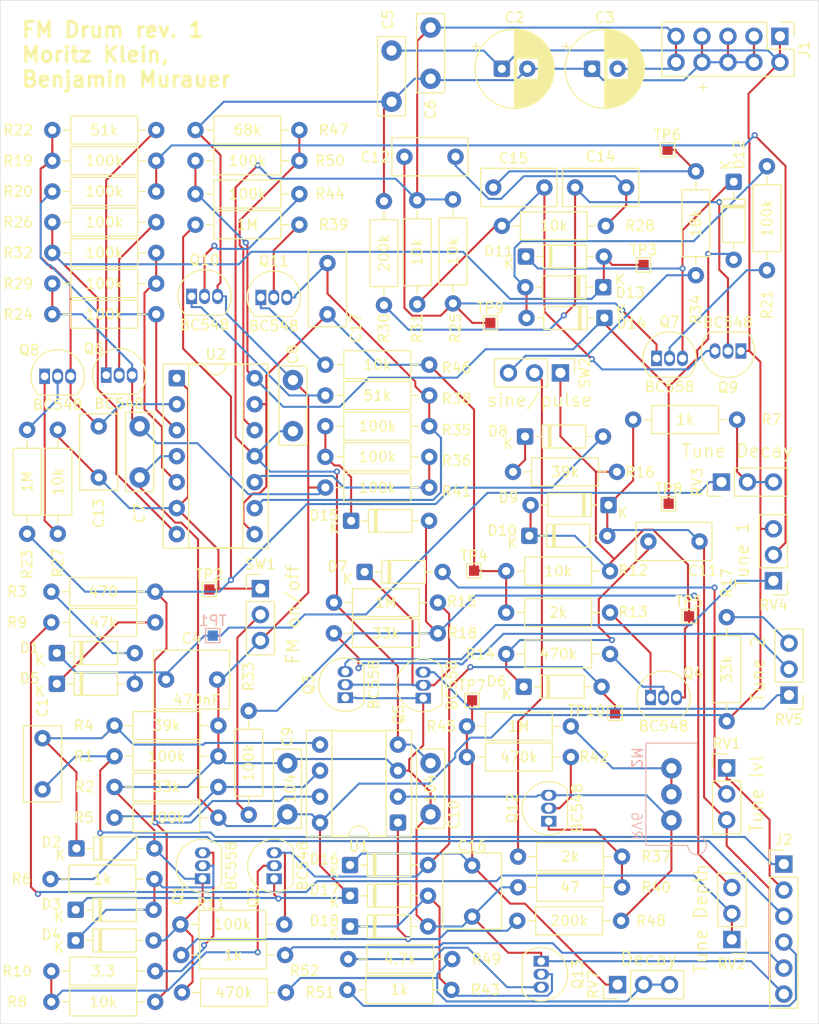
<source format=kicad_pcb>
(kicad_pcb (version 20241229) (generator "pcbnew") (generator_version "9.0")
  (layers (0 "F.Cu" signal) (2 "B.Cu" signal) (13 "F.Paste" user) (15 "B.Paste" user) (5 "F.SilkS" user "F.Silkscreen") (7 "B.SilkS" user "B.Silkscreen") (1 "F.Mask" user) (3 "B.Mask" user) (25 "Edge.Cuts" user))
  (net 0 "")
  (net 1 "Net-(Q1-E)")
  (net 2 "Net-(D1-K)")
  (net 3 "triangle 2")
  (net 4 "Net-(C12-Pad1)")
  (net 5 "Net-(D5-K)")
  (net 6 "GND")
  (net 7 "Net-(C15-Pad1)")
  (net 8 "Net-(Q9-E)")
  (net 9 "Net-(Q8-B)")
  (net 10 "Net-(Q8-E)")
  (net 11 "Net-(SW1-A)")
  (net 12 "Net-(D11-K)")
  (net 13 "gate in")
  (net 14 "Net-(D3-A)")
  (net 15 "Net-(D16-K)")
  (net 16 "+12V")
  (net 17 "-12V")
  (net 18 "Net-(D1-A)")
  (net 19 "Net-(D7-A)")
  (net 20 "Net-(D2-K)")
  (net 21 "tune 2")
  (net 22 "sine")
  (net 23 "accented trigger")
  (net 24 "trigger")
  (net 25 "Net-(D6-K)")
  (net 26 "Net-(D7-K)")
  (net 27 "square 1")
  (net 28 "square 2")
  (net 29 "Net-(D8-K)")
  (net 30 "Net-(D13-A)")
  (net 31 "Net-(D15-K)")
  (net 32 "accent cv")
  (net 33 "decay cv")
  (net 34 "tune cv")
  (net 35 "out")
  (net 36 "Net-(D17-A)")
  (net 37 "Net-(Q2-B)")
  (net 38 "Net-(Q3-E)")
  (net 39 "Net-(Q5-E)")
  (net 40 "Net-(Q4-B)")
  (net 41 "Net-(Q4-C)")
  (net 42 "Net-(Q8-C)")
  (net 43 "Net-(Q11-B)")
  (net 44 "Net-(Q6-B)")
  (net 45 "Net-(Q6-C)")
  (net 46 "Net-(Q7-B)")
  (net 47 "Net-(Q7-C)")
  (net 48 "Net-(Q9-B)")
  (net 49 "Net-(Q10-C)")
  (net 50 "Net-(Q11-C)")
  (net 51 "Net-(Q10-B)")
  (net 52 "Net-(Q11-E)")
  (net 53 "Net-(Q12-E)")
  (net 54 "Net-(Q12-B)")
  (net 55 "tune 1")
  (net 56 "Net-(Q12-C)")
  (net 57 "Net-(Q13-E)")
  (net 58 "Net-(R7-Pad2)")
  (net 59 "Net-(R9-Pad2)")
  (net 60 "Net-(R17-Pad2)")
  (net 61 "Net-(R18-Pad1)")
  (net 62 "pulse")
  (net 63 "Net-(SW1-B)")
  (net 64 "Net-(SW2-B)")
  (net 65 "Net-(U2A-+)")
  (net 66 "Net-(U2B-+)")
  (net 67 "Net-(U2C-+)")
  (net 68 "Net-(R49-Pad2)")
  (net 69 "Net-(R45-Pad2)")
  (net 70 "Net-(U2D-+)")
  (net 71 "Net-(R48-Pad2)")
  (net 72 "Net-(U1B--)")
  (footprint "cynthia:R_Axial_DIN0207_L6.3mm_D2.5mm_P10.16mm_Horizontal" (layer "F.Cu") (at 125.065 47.66)
    (property "Reference" "R29")
    (property "Value" "100k")
  )
  (footprint "Package_TO_SOT_THT:TO-92_Inline" (layer "F.Cu") (at 139.764 105.824 90)
    (property "Reference" "Q1")
    (property "Value" "BC558")
  )
  (footprint "Capacitor_THT:CP_Radial_D7.5mm_P2.50mm" (layer "F.Cu") (at 169.0186 26.67)
    (property "Reference" "C2")
    (property "Value" "47uF")
  )
  (footprint "cynthia:R_Axial_DIN0207_L6.3mm_D2.5mm_P10.16mm_Horizontal" (layer "F.Cu") (at 194.945 36.195 -90)
    (property "Reference" "R21")
    (property "Value" "100k")
  )
  (footprint "cynthia:R_Axial_DIN0207_L6.3mm_D2.5mm_P10.16mm_Horizontal" (layer "F.Cu") (at 151.765 67.595)
    (property "Reference" "R41")
    (property "Value" "100k")
  )
  (footprint "Connector_PinHeader_2.54mm:PinHeader_1x03_P2.54mm_Vertical" (layer "F.Cu") (at 191.008 94.996)
    (property "Reference" "RV1")
    (property "Value" "100k" (hide yes))
  )
  (footprint "Package_TO_SOT_THT:TO-92_Inline" (layer "F.Cu") (at 172.871 113.884 -90)
    (property "Reference" "Q13")
    (property "Value" "BC558")
  )
  (footprint "TestPoint:TestPoint_Pad_1.0x1.0mm" (layer "F.Cu") (at 166.3067 75.7181)
    (property "Reference" "TP4")
    (property "Value" "TestPoint")
  )
  (footprint "Diode_THT:D_DO-35_SOD27_P7.62mm_Horizontal" (layer "F.Cu") (at 125.508 83.772)
    (property "Reference" "D1")
    (property "Value" "1N4148" (hide yes))
  )
  (footprint "cynthia:R_Axial_DIN0207_L6.3mm_D2.5mm_P10.16mm_Horizontal" (layer "F.Cu") (at 144.272 99.568 90)
    (property "Reference" "R33")
    (property "Value" "100k")
  )
  (footprint "cynthia:R_Axial_DIN0207_L6.3mm_D2.5mm_P10.16mm_Horizontal" (layer "F.Cu") (at 149.225 35.66 180)
    (property "Reference" "R50")
    (property "Value" "100k")
  )
  (footprint "Package_TO_SOT_THT:TO-92_Inline" (layer "F.Cu") (at 130.335 56.61)
    (property "Reference" "Q6")
    (property "Value" "BC548")
  )
  (footprint "Connector_PinHeader_2.54mm:PinHeader_1x03_P2.54mm_Vertical" (layer "F.Cu") (at 180.343 116.17 90)
    (property "Reference" "RV7")
    (property "Value" "500k" (hide yes))
  )
  (footprint "Diode_THT:D_DO-35_SOD27_P7.62mm_Horizontal" (layer "F.Cu") (at 127.348 111.856)
    (property "Reference" "D4")
    (property "Value" "1N4148" (hide yes))
  )
  (footprint "Capacitor_THT:C_Rect_L7.2mm_W3.5mm_P5.00mm_FKS2_FKP2_MKS2_MKP2" (layer "F.Cu") (at 151.975 50.66 90)
    (property "Reference" "C17")
    (property "Value" "330pF")
  )
  (footprint "cynthia:R_Axial_DIN0207_L6.3mm_D2.5mm_P10.16mm_Horizontal" (layer "F.Cu") (at 124.888 105.856)
    (property "Reference" "R6")
    (property "Value" "1k")
  )
  (footprint "Package_TO_SOT_THT:TO-92_Inline" (layer "F.Cu") (at 145.455 49.02)
    (property "Reference" "Q11")
    (property "Value" "BC548")
  )
  (footprint "Capacitor_THT:C_Disc_D7.5mm_W2.5mm_P5.00mm" (layer "F.Cu") (at 148.595 57.095 -90)
    (property "Reference" "C8")
    (property "Value" "100nF" (hide yes))
  )
  (footprint "cynthia:R_Axial_DIN0207_L6.3mm_D2.5mm_P10.16mm_Horizontal" (layer "F.Cu") (at 135.128 114.856 180)
    (property "Reference" "R10")
    (property "Value" "3.3")
  )
  (footprint "Capacitor_THT:C_Rect_L7.2mm_W3.5mm_P5.00mm_FKS2_FKP2_MKS2_MKP2" (layer "F.Cu") (at 124.105 97.094 90)
    (property "Reference" "C1")
    (property "Value" "10nF")
  )
  (footprint "Capacitor_THT:C_Disc_D7.5mm_W2.5mm_P5.00mm" (layer "F.Cu") (at 133.605 66.61 90)
    (property "Reference" "C7")
    (property "Value" "100nF" (hide yes))
  )
  (footprint "cynthia:R_Axial_DIN0207_L6.3mm_D2.5mm_P10.16mm_Horizontal" (layer "F.Cu") (at 181.864 60.96)
    (property "Reference" "R7")
    (property "Value" "1k")
  )
  (footprint "cynthia:R_Axial_DIN0207_L6.3mm_D2.5mm_P10.16mm_Horizontal" (layer "F.Cu") (at 149.225 38.91 180)
    (property "Reference" "R44")
    (property "Value" "100k")
  )
  (footprint "TestPoint:TestPoint_Pad_1.0x1.0mm" (layer "F.Cu") (at 167.8956 51.5039)
    (property "Reference" "TP9")
    (property "Value" "TestPoint")
  )
  (footprint "Capacitor_THT:C_Disc_D7.5mm_W2.5mm_P5.00mm" (layer "F.Cu") (at 162.052 99.528 90)
    (property "Reference" "C10")
    (property "Value" "104")
  )
  (footprint "cynthia:R_Axial_DIN0207_L6.3mm_D2.5mm_P10.16mm_Horizontal" (layer "F.Cu") (at 135.225 32.66 180)
    (property "Reference" "R22")
    (property "Value" "51k")
  )
  (footprint "cynthia:R_Axial_DIN0207_L6.3mm_D2.5mm_P10.16mm_Horizontal" (layer "F.Cu") (at 170.608 103.662)
    (property "Reference" "R37")
    (property "Value" "2k")
  )
  (footprint "cynthia:R_Axial_DIN0207_L6.3mm_D2.5mm_P10.16mm_Horizontal" (layer "F.Cu") (at 135.128 77.772 180)
    (property "Reference" "R3")
    (property "Value" "470")
  )
  (footprint "Capacitor_THT:C_Rect_L7.2mm_W3.5mm_P5.00mm_FKS2_FKP2_MKS2_MKP2" (layer "F.Cu") (at 183.355 72.86)
    (property "Reference" "C11")
    (property "Value" "5.6nF")
  )
  (footprint "cynthia:R_Axial_DIN0207_L6.3mm_D2.5mm_P10.16mm_Horizontal" (layer "F.Cu") (at 152.605 81.84)
    (property "Reference" "R18")
    (property "Value" "33k")
  )
  (footprint "Capacitor_THT:C_Rect_L7.2mm_W3.5mm_P5.00mm_FKS2_FKP2_MKS2_MKP2" (layer "F.Cu") (at 168.185 38.27)
    (property "Reference" "C15")
    (property "Value" "15nF")
  )
  (footprint "TestPoint:TestPoint_Pad_1.0x1.0mm" (layer "F.Cu") (at 166.116 88.392)
    (property "Reference" "TP7")
    (property "Value" "TestPoint" (hide yes))
  )
  (footprint "cynthia:R_Axial_DIN0207_L6.3mm_D2.5mm_P10.16mm_Horizontal" (layer "F.Cu") (at 165.608 93.932)
    (property "Reference" "R42")
    (property "Value" "470k")
  )
  (footprint "cynthia:R_Axial_DIN0207_L6.3mm_D2.5mm_P10.16mm_Horizontal" (layer "F.Cu") (at 187.995 36.69 -90)
    (property "Reference" "R34")
    (property "Value" "18k")
  )
  (footprint "cynthia:R_Axial_DIN0207_L6.3mm_D2.5mm_P10.16mm_Horizontal" (layer "F.Cu") (at 139.065 41.91)
    (property "Reference" "R39")
    (property "Value" "1M")
  )
  (footprint "cynthia:R_Axial_DIN0207_L6.3mm_D2.5mm_P10.16mm_Horizontal" (layer "F.Cu") (at 153.927 116.678)
    (property "Reference" "R43")
    (property "Value" "1k")
  )
  (footprint "Capacitor_THT:CP_Radial_D7.5mm_P2.50mm" (layer "F.Cu") (at 177.84 26.67)
    (property "Reference" "C3")
    (property "Value" "47uF")
  )
  (footprint "Diode_THT:D_DO-35_SOD27_P7.62mm_Horizontal" (layer "F.Cu") (at 127.428 102.856)
    (property "Reference" "D2")
    (property "Value" "1N4148" (hide yes))
  )
  (footprint "Diode_THT:D_DO-35_SOD27_P7.62mm_Horizontal" (layer "F.Cu") (at 155.605 75.84)
    (property "Reference" "D7")
    (property "Value" "1N4148" (hide yes))
  )
  (footprint "cynthia:R_Axial_DIN0207_L6.3mm_D2.5mm_P10.16mm_Horizontal" (layer "F.Cu") (at 141.304 90.856 180)
    (property "Reference" "R4")
    (property "Value" "39k")
  )
  (footprint "cynthia:R_Axial_DIN0207_L6.3mm_D2.5mm_P10.16mm_Horizontal" (layer "F.Cu") (at 169.445 79.81)
    (property "Reference" "R13")
    (property "Value" "2k")
  )
  (footprint "cynthia:R_Axial_DIN0207_L6.3mm_D2.5mm_P10.16mm_Horizontal" (layer "F.Cu") (at 160.745 39.52 -90)
    (property "Reference" "R31")
    (property "Value" "10k")
  )
  (footprint "cynthia:R_Axial_DIN0207_L6.3mm_D2.5mm_P10.16mm_Horizontal" (layer "F.Cu") (at 137.668 113.284)
    (property "Reference" "R52")
    (property "Value" "1k")
  )
  (footprint "Connector_PinHeader_2.54mm:PinHeader_1x03_P2.54mm_Vertical" (layer "F.Cu") (at 174.752 56.388 -90)
    (property "Reference" "SW2")
    (property "Value" "SW_SPDT" (hide yes))
  )
  (footprint "Diode_THT:D_DO-35_SOD27_P7.62mm_Horizontal" (layer "F.Cu") (at 127.348 108.856)
    (property "Reference" "D3")
    (property "Value" "1N4148" (hide yes))
  )
  (footprint "cynthia:R_Axial_DIN0207_L6.3mm_D2.5mm_P10.16mm_Horizontal" (layer "F.Cu") (at 137.588 110.284)
    (property "Reference" "R11")
    (property "Value" "100k")
  )
  (footprint "Capacitor_THT:C_Rect_L7.2mm_W5.5mm_P5.00mm_FKS2_FKP2_MKS2_MKP2" (layer "F.Cu") (at 136.184 86.36)
    (property "Reference" "C4")
    (property "Value" "470nF")
  )
  (footprint "cynthia:R_Axial_DIN0207_L6.3mm_D2.5mm_P10.16mm_Horizontal" (layer "F.Cu") (at 169.025 42.02)
    (property "Reference" "R28")
    (property "Value" "10k")
  )
  (footprint "cynthia:R_Axial_DIN0207_L6.3mm_D2.5mm_P10.16mm_Horizontal" (layer "F.Cu") (at 135.128 80.772 180)
    (property "Reference" "R9")
    (property "Value" "47k")
  )
  (footprint "Package_TO_SOT_THT:TO-92_Inline" (layer "F.Cu") (at 173.608 100.202 90)
    (property "Reference" "Q12")
    (property "Value" "BC548")
  )
  (footprint "Capacitor_THT:C_Rect_L7.2mm_W3.5mm_P5.00mm_FKS2_FKP2_MKS2_MKP2" (layer "F.Cu") (at 164.495 35.27 180)
    (property "Reference" "C12")
    (property "Value" "470pF")
  )
  (footprint "Diode_THT:D_DO-35_SOD27_P7.62mm_Horizontal" (layer "F.Cu") (at 154.285 70.845)
    (property "Reference" "D15")
    (property "Value" "1N4148" (hide yes))
  )
  (footprint "Package_TO_SOT_THT:TO-92_Inline" (layer "F.Cu") (at 184.15 54.97)
    (property "Reference" "Q7")
    (property "Value" "BC558")
  )
  (footprint "cynthia:R_Axial_DIN0207_L6.3mm_D2.5mm_P10.16mm_Horizontal" (layer "F.Cu") (at 131.144 99.856)
    (property "Reference" "R5")
    (property "Value" "100k")
  )
  (footprint "Diode_THT:D_DO-35_SOD27_P7.62mm_Horizontal" (layer "F.Cu") (at 171.155 87.06)
    (property "Reference" "D6")
    (property "Value" "1N4148" (hide yes))
  )
  (footprint "cynthia:R_Axial_DIN0207_L6.3mm_D2.5mm_P10.16mm_Horizontal" (layer "F.Cu") (at 154.007 113.678)
    (property "Reference" "R49")
    (property "Value" "4.7k")
  )
  (footprint "Capacitor_THT:C_Rect_L7.2mm_W3.5mm_P5.00mm_FKS2_FKP2_MKS2_MKP2" (layer "F.Cu") (at 176.185 38.27)
    (property "Reference" "C14")
    (property "Value" "470pF")
  )
  (footprint "Diode_THT:D_DO-35_SOD27_P7.62mm_Horizontal" (layer "F.Cu") (at 154.181 104.486)
    (property "Reference" "D16")
    (property "Value" "1N4148" (hide yes))
  )
  (footprint "cynthia:R_Axial_DIN0207_L6.3mm_D2.5mm_P10.16mm_Horizontal" (layer "F.Cu") (at 180.688 109.932 180)
    (property "Reference" "R48")
    (property "Value" "200k")
  )
  (footprint "cynthia:R_Axial_DIN0207_L6.3mm_D2.5mm_P10.16mm_Horizontal" (layer "F.Cu") (at 135.225 44.66 180)
    (property "Reference" "R32")
    (property "Value" "100k")
  )
  (footprint "cynthia:R_Axial_DIN0207_L6.3mm_D2.5mm_P10.16mm_Horizontal" (layer "F.Cu") (at 157.495 39.61 -90)
    (property "Reference" "R30")
    (property "Value" "200k")
  )
  (footprint "Diode_THT:D_DO-35_SOD27_P7.62mm_Horizontal" (layer "F.Cu") (at 171.715 72.31)
    (property "Reference" "D10")
    (property "Value" "1N4148" (hide yes))
  )
  (footprint "cynthia:R_Axial_DIN0207_L6.3mm_D2.5mm_P10.16mm_Horizontal" (layer "F.Cu") (at 131.144 96.856)
    (property "Reference" "R2")
    (property "Value" "33k")
  )
  (footprint "Diode_THT:D_DO-35_SOD27_P7.62mm_Horizontal" (layer "F.Cu") (at 154.181 110.486)
    (property "Reference" "D18")
    (property "Value" "1N4148" (hide yes))
  )
  (footprint "TestPoint:TestPoint_Pad_1.0x1.0mm" (layer "F.Cu") (at 185.335 69.18)
    (property "Reference" "TP8")
    (property "Value" "TestPoint")
  )
  (footprint "cynthia:R_Axial_DIN0207_L6.3mm_D2.5mm_P10.16mm_Horizontal" (layer "F.Cu") (at 191.008 90.424 90)
    (property "Reference" "R17")
    (property "Value" "33k")
  )
  (footprint "cynthia:R_Axial_DIN0207_L6.3mm_D2.5mm_P10.16mm_Horizontal" (layer "F.Cu") (at 151.765 61.595)
    (property "Reference" "R35")
    (property "Value" "100k")
  )
  (footprint "Diode_THT:D_DO-35_SOD27_P7.62mm_Horizontal" (layer "F.Cu") (at 179.455 69.31 180)
    (property "Reference" "D9")
    (property "Value" "1N4148" (hide yes))
  )
  (footprint "TestPoint:TestPoint_Pad_1.0x1.0mm" (layer "F.Cu") (at 180.0901 89.6593)
    (property "Reference" "TP10")
    (property "Value" "TestPoint" (hide yes))
  )
  (footprint "Connector_PinHeader_2.54mm:PinHeader_1x03_P2.54mm_Vertical" (layer "F.Cu") (at 191.516 111.76 180)
    (property "Reference" "RV2")
    (property "Value" "1M" (hide yes))
  )
  (footprint "Diode_THT:D_DO-35_SOD27_P7.62mm_Horizontal" (layer "F.Cu") (at 125.508 86.772)
    (property "Reference" "D5")
    (property "Value" "1N4148" (hide yes))
  )
  (footprint "Package_TO_SOT_THT:TO-92_Inline" (layer "F.Cu") (at 161.335 88.18 90)
    (property "Reference" "Q5")
    (property "Value" "BC558")
  )
  (footprint "cynthia:R_Axial_DIN0207_L6.3mm_D2.5mm_P10.16mm_Horizontal" (layer "F.Cu") (at 141.304 93.856 180)
    (property "Reference" "R1")
    (property "Value" "100k")
  )
  (footprint "Package_TO_SOT_THT:TO-92_Inline" (layer "F.Cu") (at 146.764 105.824 90)
    (property "Reference" "Q2")
    (property "Value" "BC548")
  )
  (footprint "Package_TO_SOT_THT:TO-92_Inline" (layer "F.Cu") (at 192.405 54.25 180)
    (property "Reference" "Q9")
    (property "Value" "BC548")
  )
  (footprint "cynthia:R_Axial_DIN0207_L6.3mm_D2.5mm_P10.16mm_Horizontal" (layer "F.Cu") (at 139.065 32.66)
    (property "Reference" "R47")
    (property "Value" "68k")
  )
  (footprint "cynthia:R_Axial_DIN0207_L6.3mm_D2.5mm_P10.16mm_Horizontal" (layer "F.Cu") (at 122.605 72.11 90)
    (property "Reference" "R23")
    (property "Value" "1M")
  )
  (footprint "cynthia:R_Axial_DIN0207_L6.3mm_D2.5mm_P10.16mm_Horizontal" (layer "F.Cu") (at 135.128 117.856 180)
    (property "Reference" "R8")
    (property "Value" "10k")
  )
  (footprint "Connector_PinHeader_2.54mm:PinHeader_1x03_P2.54mm_Vertical" (layer "F.Cu") (at 190.5 67.056 90)
    (property "Reference" "RV3")
    (property "Value" "250k" (hide yes))
  )
  (footprint "Connector_PinHeader_2.54mm:PinHeader_1x03_P2.54mm_Vertical" (layer "F.Cu") (at 195.58 76.708 180)
    (property "Reference" "RV4")
    (property "Value" "100k" (hide yes))
  )
  (footprint "Capacitor_THT:C_Rect_L7.2mm_W3.5mm_P5.00mm_FKS2_FKP2_MKS2_MKP2" (layer "F.Cu") (at 129.605 66.61 90)
    (property "Reference" "C13")
    (property "Value" "2.2nF")
  )
  (footprint "cynthia:R_Axial_DIN0207_L6.3mm_D2.5mm_P10.16mm_Horizontal" (layer "F.Cu") (at 135.225 38.66 180)
    (property "Reference" "R20")
    (property "Value" "100k")
  )
  (footprint "TestPoint:TestPoint_Pad_1.0x1.0mm" (layer "F.Cu") (at 187.335 80.18)
    (property "Reference" "TP5")
    (property "Value" "TestPoint")
  )
  (footprint "Capacitor_THT:C_Rect_L7.2mm_W5.5mm_P5.00mm_FKS2_FKP2_MKS2_MKP2" (layer "F.Cu") (at 166.119 104.526 -90)
    (property "Reference" "C16")
    (property "Value" "1uF")
  )
  (footprint "Package_TO_SOT_THT:TO-92_Inline" (layer "F.Cu") (at 153.715 88.13 90)
    (property "Reference" "Q3")
    (property "Value" "BC558")
  )
  (footprint "Package_DIP:DIP-14_W7.62mm_Socket" (layer "F.Cu") (at 137.235 56.91)
    (property "Reference" "U2")
    (property "Value" "TL074")
  )
  (footprint "cynthia:R_Axial_DIN0207_L6.3mm_D2.5mm_P10.16mm_Horizontal" (layer "F.Cu") (at 125.605 72.11 90)
    (property "Reference" "R27")
    (property "Value" "10k")
  )
  (footprint "cynthia:R_Axial_DIN0207_L6.3mm_D2.5mm_P10.16mm_Horizontal" (layer "F.Cu") (at 164.245 39.44 -90)
    (property "Reference" "R25")
    (property "Value" "10k")
  )
  (footprint "Package_TO_SOT_THT:TO-92_Inline" (layer "F.Cu") (at 124.315 56.72)
    (property "Reference" "Q8")
    (property "Value" "BC548")
  )
  (footprint "cynthia:R_Axial_DIN0207_L6.3mm_D2.5mm_P10.16mm_Horizontal" (layer "F.Cu") (at 135.225 41.66 180)
    (property "Reference" "R26")
    (property "Value" "100k")
  )
  (footprint "Package_DIP:DIP-8_W7.62mm_Socket" (layer "F.Cu") (at 158.862 100.338 180)
    (property "Reference" "U1")
    (property "Value" "TL072")
  )
  (footprint "cynthia:R_Axial_DIN0207_L6.3mm_D2.5mm_P10.16mm_Horizontal" (layer "F.Cu") (at 169.445 75.76)
    (property "Reference" "R12")
    (property "Value" "10k")
  )
  (footprint "Capacitor_THT:C_Disc_D7.5mm_W2.5mm_P5.00mm" (layer "F.Cu") (at 158.242 24.892 -90)
    (property "Reference" "C5")
    (property "Value" "100nF")
  )
  (footprint "cynthia:R_Axial_DIN0207_L6.3mm_D2.5mm_P10.16mm_Horizontal" (layer "F.Cu") (at 152.605 78.84)
    (property "Reference" "R15")
    (property "Value" "1M")
  )
  (footprint "Diode_THT:D_DO-35_SOD27_P7.62mm_Horizontal" (layer "F.Cu") (at 171.375 45.02)
    (property "Reference" "D11")
    (property "Value" "1N4148" (hide yes))
  )
  (footprint "Connector_PinHeader_2.54mm:PinHeader_1x03_P2.54mm_Vertical" (layer "F.Cu") (at 197.104 87.884 180)
    (property "Reference" "RV5")
    (property "Value" "100k" (hide yes))
  )
  (footprint "Diode_THT:D_DO-35_SOD27_P7.62mm_Horizontal" (layer "F.Cu") (at 171.295 62.61)
    (property "Reference" "D8")
    (property "Value" "1N4148" (hide yes))
  )
  (footprint "TestPoint:TestPoint_Pad_1.0x1.0mm" (layer "F.Cu") (at 182.8791 45.8373)
    (property "Reference" "TP3")
    (property "Value" "TestPoint")
  )
  (footprint "Package_TO_SOT_THT:TO-92_Inline" (layer "F.Cu") (at 138.685 48.91)
    (property "Reference" "Q10")
    (property "Value" "BC548")
  )
  (footprint "Diode_THT:D_DO-35_SOD27_P7.62mm_Horizontal" (layer "F.Cu") (at 178.935 48.02 180)
    (property "Reference" "D13")
    (property "Value" "1N4148" (hide yes))
  )
  (footprint "Package_TO_SOT_THT:TO-92_Inline" (layer "F.Cu") (at 183.565 88.11)
    (property "Reference" "Q4")
    (property "Value" "BC548")
  )
  (footprint "TestPoint:TestPoint_Pad_1.0x1.0mm" (layer "F.Cu") (at 185.225 34.59)
    (property "Reference" "TP6")
    (property "Value" "TestPoint")
  )
  (footprint "Connector_PinHeader_2.54mm:PinHeader_2x05_P2.54mm_Vertical" (layer "F.Cu") (at 196.215 23.495 -90)
    (property "Reference" "J1")
    (property "Value" "Conn_02x05_Odd_Even" (hide yes))
  )
  (footprint "cynthia:R_Axial_DIN0207_L6.3mm_D2.5mm_P10.16mm_Horizontal" (layer "F.Cu") (at 137.748 116.936)
    (property "Reference" "R51")
    (property "Value" "470k")
  )
  (footprint "cynthia:R_Axial_DIN0207_L6.3mm_D2.5mm_P10.16mm_Horizontal" (layer "F.Cu") (at 169.445 83.86)
    (property "Reference" "R14")
    (property "Value" "470k")
  )
  (footprint "Diode_THT:D_DO-35_SOD27_P7.62mm_Horizontal" (layer "F.Cu") (at 179.055 51.02 180)
    (property "Reference" "D14")
    (property "Value" "1N4148" (hide yes))
  )
  (footprint "Capacitor_THT:C_Disc_D7.5mm_W2.5mm_P5.00mm" (layer "F.Cu") (at 162.052 27.646 90)
    (property "Reference" "C6")
    (property "Value" "100nF")
  )
  (footprint "cynthia:R_Axial_DIN0207_L6.3mm_D2.5mm_P10.16mm_Horizontal" (layer "F.Cu") (at 170.608 106.662)
    (property "Reference" "R40")
    (property "Value" "47")
  )
  (footprint "Diode_THT:D_DO-35_SOD27_P7.62mm_Horizontal" (layer "F.Cu") (at 191.695 37.715 -90)
    (property "Reference" "D12")
    (property "Value" "1N4148" (hide yes))
  )
  (footprint "cynthia:R_Axial_DIN0207_L6.3mm_D2.5mm_P10.16mm_Horizontal" (layer "F.Cu") (at 151.765 64.595)
    (property "Reference" "R36")
    (property "Value" "100k")
  )
  (footprint "Diode_THT:D_DO-35_SOD27_P7.62mm_Horizontal" (layer "F.Cu") (at 154.181 107.486)
    (property "Reference" "D17")
    (property "Value" "1N4148" (hide yes))
  )
  (footprint "cynthia:R_Axial_DIN0207_L6.3mm_D2.5mm_P10.16mm_Horizontal" (layer "F.Cu") (at 125.065 50.66)
    (property "Reference" "R24")
    (property "Value" "100k")
  )
  (footprint "Connector_PinHeader_2.54mm:PinHeader_1x06_P2.54mm_Vertical" (layer "F.Cu") (at 196.596 104.394)
    (property "Reference" "J2")
    (property "Value" "Conn_01x06" (hide yes))
  )
  (footprint "cynthia:R_Axial_DIN0207_L6.3mm_D2.5mm_P10.16mm_Horizontal" (layer "F.Cu") (at 151.765 58.595)
    (property "Reference" "R38")
    (property "Value" "51k")
  )
  (footprint "cynthia:R_Axial_DIN0207_L6.3mm_D2.5mm_P10.16mm_Horizontal" (layer "F.Cu") (at 135.225 35.66 180)
    (property "Reference" "R19")
    (property "Value" "100k")
  )
  (footprint "Capacitor_THT:C_Disc_D7.5mm_W2.5mm_P5.00mm" (layer "F.Cu") (at 148.052 99.528 90)
    (property "Reference" "C9")
    (property "Value" "104")
  )
  (footprint "Connector_PinHeader_2.54mm:PinHeader_1x03_P2.54mm_Vertical" (layer "F.Cu") (at 145.415 77.47)
    (property "Reference" "SW1")
    (property "Value" "SW_SPDT" (hide yes))
  )
  (footprint "cynthia:R_Axial_DIN0207_L6.3mm_D2.5mm_P10.16mm_Horizontal" (layer "F.Cu") (at 170.115 66.06)
    (property "Reference" "R16")
    (property "Value" "39k")
  )
  (footprint "cynthia:R_Axial_DIN0207_L6.3mm_D2.5mm_P10.16mm_Horizontal" (layer "F.Cu") (at 151.765 55.595)
    (property "Reference" "R46")
    (property "Value" "10k")
  )
  (footprint "TestPoint:TestPoint_Pad_1.0x1.0mm" (layer "F.Cu") (at 140.4198 77.5559)
    (property "Reference" "TP2")
    (property "Value" "TestPoint")
  )
  (footprint "cynthia:R_Axial_DIN0207_L6.3mm_D2.5mm_P10.16mm_Horizontal" (layer "F.Cu") (at 165.608 90.932)
    (property "Reference" "R45")
    (property "Value" "1M")
  )
  (footprint "cynthia:trimmer" (layer "B.Cu") (at 185.605 97.57 90)
    (property "Reference" "RV6")
    (property "Value" "2M")
  )
  (footprint "TestPoint:TestPoint_Pad_1.0x1.0mm" (layer "B.Cu") (at 140.7508 82.065 180)
    (property "Reference" "TP1")
    (property "Value" "TestPoint")
  )
  (gr_rect (start 120 20) (end 200 120) (stroke (width 0.05)) (fill no) (layer "Edge.Cuts"))
  (gr_text "FM Drum rev. 1\nMoritz Klein,\nBenjamin Murauer" (at 121.92 28.575 0) (layer "F.SilkS") (effects (font (size 1.5 1.5) (thickness 0.3) (bold yes)) (justify left bottom)))
  (gr_text "+" (at 188 29 0) (layer "F.SilkS") (effects (font (size 1 1) (thickness 0.1)) (justify left bottom)))
  (segment (start 139.764 103.284) (end 140.8157 103.284) (width 0.2) (layer "F.Cu") (net 1))
  (segment (start 140.8157 111.4117) (end 139.9071 112.3203) (width 0.2) (layer "F.Cu") (net 1))
  (segment (start 140.8157 103.284) (end 140.8157 111.4117) (width 0.2) (layer "F.Cu") (net 1))
  (via (at 139.9071 112.3203) (size 0.6) (drill 0.3) (layers "F.Cu" "B.Cu") (net 1))
  (segment (start 139.9071 112.6197) (end 137.6708 114.856) (width 0.2) (layer "B.Cu") (net 1))
  (segment (start 137.6708 114.856) (end 135.128 114.856) (width 0.2) (layer "B.Cu") (net 1))
  (segment (start 139.9071 112.3203) (end 139.9071 112.6197) (width 0.2) (layer "B.Cu") (net 1))
  (segment (start 140.7508 82.065) (end 139.9491 82.065) (width 0.2) (layer "B.Cu") (net 2))
  (segment (start 136.184 85.6602) (end 133.128 85.6602) (width 0.2) (layer "B.Cu") (net 2))
  (segment (start 133.128 85.6602) (end 133.128 86.772) (width 0.2) (layer "B.Cu") (net 2))
  (segment (start 139.9491 82.065) (end 136.354 85.6601) (width 0.2) (layer "B.Cu") (net 2))
  (segment (start 188.2932 68.1111) (end 167.6139 68.1111) (width 0.2) (layer "B.Cu") (net 2))
  (segment (start 189.3483 67.056) (end 188.2932 68.1111) (width 0.2) (layer "B.Cu") (net 2))
  (segment (start 136.184 85.6601) (end 136.184 85.6602) (width 0.2) (layer "B.Cu") (net 2))
  (segment (start 149.7444 79.9975) (end 148.4619 81.28) (width 0.2) (layer "B.Cu") (net 2))
  (segment (start 155.7275 79.9975) (end 149.7444 79.9975) (width 0.2) (layer "B.Cu") (net 2))
  (segment (start 125.508 83.772) (end 127.3962 85.6602) (width 0.2) (layer "B.Cu") (net 2))
  (segment (start 136.184 85.6602) (end 136.184 86.36) (width 0.2) (layer "B.Cu") (net 2))
  (segment (start 140.7508 82.065) (end 141.5525 82.065) (width 0.2) (layer "B.Cu") (net 2))
  (segment (start 167.6139 68.1111) (end 155.7275 79.9975) (width 0.2) (layer "B.Cu") (net 2))
  (segment (start 136.354 85.6601) (end 136.184 85.6601) (width 0.2) (layer "B.Cu") (net 2))
  (segment (start 142.3375 81.28) (end 141.5525 82.065) (width 0.2) (layer "B.Cu") (net 2))
  (segment (start 190.5 67.056) (end 189.3483 67.056) (width 0.2) (layer "B.Cu") (net 2))
  (segment (start 127.3962 85.6602) (end 133.128 85.6602) (width 0.2) (layer "B.Cu") (net 2))
  (segment (start 148.4619 81.28) (end 142.3375 81.28) (width 0.2) (layer "B.Cu") (net 2))
  (segment (start 169.445 75.76) (end 169.445 79.81) (width 0.2) (layer "F.Cu") (net 3))
  (segment (start 145.3343 68.1717) (end 145.9946 67.5114) (width 0.2) (layer "F.Cu") (net 3))
  (segment (start 144.694 68.1717) (end 145.3343 68.1717) (width 0.2) (layer "F.Cu") (net 3))
  (segment (start 143.7477 71.0427) (end 143.7477 69.118) (width 0.2) (layer "F.Cu") (net 3))
  (segment (start 145.9946 59.45) (end 145.9946 56.6404) (width 0.2) (layer "F.Cu") (net 3))
  (segment (start 166.3067 75.7181) (end 167.1084 75.7181) (width 0.2) (layer "F.Cu") (net 3))
  (segment (start 167.1503 75.76) (end 167.1084 75.7181) (width 0.2) (layer "F.Cu") (net 3))
  (segment (start 145.9946 67.5114) (end 145.9946 59.45) (width 0.2) (layer "F.Cu") (net 3))
  (segment (start 166.3067 59.9767) (end 161.925 55.595) (width 0.2) (layer "F.Cu") (net 3))
  (segment (start 144.855 72.15) (end 143.7477 71.0427) (width 0.2) (layer "F.Cu") (net 3))
  (segment (start 166.3067 75.7181) (end 166.3067 59.9767) (width 0.2) (layer "F.Cu") (net 3))
  (segment (start 145.9946 59.45) (end 144.855 59.45) (width 0.2) (layer "F.Cu") (net 3))
  (segment (start 143.7477 69.118) (end 144.694 68.1717) (width 0.2) (layer "F.Cu") (net 3))
  (segment (start 145.9946 56.6404) (end 151.975 50.66) (width 0.2) (layer "F.Cu") (net 3))
  (segment (start 169.445 75.76) (end 167.1503 75.76) (width 0.2) (layer "F.Cu") (net 3))
  (segment (start 151.975 50.66) (end 156.91 55.595) (width 0.2) (layer "B.Cu") (net 3))
  (segment (start 156.91 55.595) (end 161.925 55.595) (width 0.2) (layer "B.Cu") (net 3))
  (segment (start 181.185 40.02) (end 181.185 38.27) (width 0.2) (layer "F.Cu") (net 4))
  (segment (start 179.185 42.02) (end 181.185 40.02) (width 0.2) (layer "F.Cu") (net 4))
  (segment (start 164.495 36.1426) (end 164.495 35.27) (width 0.2) (layer "B.Cu") (net 4))
  (segment (start 180.0833 37.1683) (end 171.1651 37.1683) (width 0.2) (layer "B.Cu") (net 4))
  (segment (start 167.7392 39.3868) (end 164.495 36.1426) (width 0.2) (layer "B.Cu") (net 4))
  (segment (start 181.185 38.27) (end 180.0833 37.1683) (width 0.2) (layer "B.Cu") (net 4))
  (segment (start 168.9466 39.3868) (end 167.7392 39.3868) (width 0.2) (layer "B.Cu") (net 4))
  (segment (start 171.1651 37.1683) (end 168.9466 39.3868) (width 0.2) (layer "B.Cu") (net 4))
  (segment (start 125.508 86.772) (end 131.508 80.772) (width 0.2) (layer "F.Cu") (net 5))
  (segment (start 131.508 80.772) (end 135.128 80.772) (width 0.2) (layer "F.Cu") (net 5))
  (segment (start 172.871 113.884) (end 172.871 113.0573) (width 0.2) (layer "F.Cu") (net 6))
  (segment (start 195.2062 115.7042) (end 196.596 117.094) (width 0.2) (layer "F.Cu") (net 6))
  (segment (start 188.595 23.495) (end 188.595 26.035) (width 0.2) (layer "F.Cu") (net 6))
  (segment (start 132.875 60.88) (end 132.875 56.61) (width 0.2) (layer "F.Cu") (net 6))
  (segment (start 141.304 90.856) (end 141.304 93.856) (width 0.2) (layer "F.Cu") (net 6))
  (segment (start 161.801 110.486) (end 160.6823 109.3673) (width 0.2) (layer "F.Cu") (net 6))
  (segment (start 179.335 69.43) (end 179.455 69.31) (width 0.2) (layer "F.Cu") (net 6))
  (segment (start 139.764 105.824) (end 139.764 108.108) (width 0.2) (layer "F.Cu") (net 6))
  (segment (start 181.864 60.96) (end 181.864 66.901) (width 0.2) (layer "F.Cu") (net 6))
  (segment (start 181.864 66.901) (end 179.455 69.31) (width 0.2) (layer "F.Cu") (net 6))
  (segment (start 157.495 39.61) (end 157.495 30.639) (width 0.2) (layer "F.Cu") (net 6))
  (segment (start 133.605 61.61) (end 132.875 60.88) (width 0.2) (layer "F.Cu") (net 6))
  (segment (start 148.595 57.095) (end 150.0937 58.5937) (width 0.2) (layer "F.Cu") (net 6))
  (segment (start 141.225 47.8583) (end 141.5106 47.5727) (width 0.2) (layer "F.Cu") (net 6))
  (segment (start 169.6503 113.0573) (end 166.119 109.526) (width 0.2) (layer "F.Cu") (net 6))
  (segment (start 195.2062 106.7978) (end 195.2062 115.7042) (width 0.2) (layer "F.Cu") (net 6))
  (segment (start 179.335 72.31) (end 179.335 69.43) (width 0.2) (layer "F.Cu") (net 6))
  (segment (start 150.0937 67.595) (end 150.0937 77.8713) (width 0.2) (layer "F.Cu") (net 6))
  (segment (start 191.135 23.495) (end 191.135 26.035) (width 0.2) (layer "F.Cu") (net 6))
  (segment (start 131.144 96.856) (end 131.144 97.1988) (width 0.2) (layer "F.Cu") (net 6))
  (segment (start 141.5106 47.5727) (end 141.5106 35.1056) (width 0.2) (layer "F.Cu") (net 6))
  (segment (start 150.0937 58.5937) (end 150.0937 67.595) (width 0.2) (layer "F.Cu") (net 6))
  (segment (start 188.797 97.865) (end 188.797 73.302) (width 0.2) (layer "F.Cu") (net 6))
  (segment (start 161.335 92.785) (end 159.9622 94.1578) (width 0.2) (layer "F.Cu") (net 6))
  (segment (start 141.304 86.48) (end 141.304 90.856) (width 0.2) (layer "F.Cu") (net 6))
  (segment (start 150.0937 67.595) (end 151.765 67.595) (width 0.2) (layer "F.Cu") (net 6))
  (segment (start 141.184 86.36) (end 141.304 86.48) (width 0.2) (layer "F.Cu") (net 6))
  (segment (start 131.144 97.1988) (end 135.048 101.1028) (width 0.2) (layer "F.Cu") (net 6))
  (segment (start 161.335 88.18) (end 161.335 92.785) (width 0.2) (layer "F.Cu") (net 6))
  (segment (start 138.781 111.477) (end 138.781 115.903) (width 0.2) (layer "F.Cu") (net 6))
  (segment (start 159.9622 95.258) (end 162.052 97.3478) (width 0.2) (layer "F.Cu") (net 6))
  (segment (start 191.008 100.076) (end 188.797 97.865) (width 0.2) (layer "F.Cu") (net 6))
  (segment (start 125.065 50.66) (end 125.065 47.66) (width 0.2) (layer "F.Cu") (net 6))
  (segment (start 160.6823 100.8977) (end 162.052 99.528) (width 0.2) (layer "F.Cu") (net 6))
  (segment (start 137.588 110.284) (end 138.781 111.477) (width 0.2) (layer "F.Cu") (net 6))
  (segment (start 172.871 113.0573) (end 169.6503 113.0573) (width 0.2) (layer "F.Cu") (net 6))
  (segment (start 141.5106 35.1056) (end 139.065 32.66) (width 0.2) (layer "F.Cu") (net 6))
  (segment (start 150.0937 77.8713) (end 145.415 82.55) (width 0.2) (layer "F.Cu") (net 6))
  (segment (start 193.675 26.035) (end 193.675 23.495) (width 0.2) (layer "F.Cu") (net 6))
  (segment (start 188.797 73.302) (end 188.355 72.86) (width 0.2) (layer "F.Cu") (net 6))
  (segment (start 141.225 48.91) (end 141.225 47.8583) (width 0.2) (layer "F.Cu") (net 6))
  (segment (start 135.048 101.1028) (end 135.048 102.856) (width 0.2) (layer "F.Cu") (net 6))
  (segment (start 191.008 100.076) (end 191.008 102.5996) (width 0.2) (layer "F.Cu") (net 6))
  (segment (start 162.052 97.3478) (end 162.052 99.528) (width 0.2) (layer "F.Cu") (net 6))
  (segment (start 159.9622 95.258) (end 158.862 95.258) (width 0.2) (layer "F.Cu") (net 6))
  (segment (start 139.764 108.108) (end 137.588 110.284) (width 0.2) (layer "F.Cu") (net 6))
  (segment (start 138.781 115.903) (end 137.748 116.936) (width 0.2) (layer "F.Cu") (net 6))
  (segment (start 160.6823 109.3673) (end 160.6823 100.8977) (width 0.2) (layer "F.Cu") (net 6))
  (segment (start 159.9622 94.1578) (end 159.9622 95.258) (width 0.2) (layer "F.Cu") (net 6))
  (segment (start 191.008 102.5996) (end 195.2062 106.7978) (width 0.2) (layer "F.Cu") (net 6))
  (segment (start 157.495 30.639) (end 158.242 29.892) (width 0.2) (layer "F.Cu") (net 6))
  (segment (start 161.335 88.18) (end 154.8167 88.18) (width 0.2) (layer "B.Cu") (net 6))
  (segment (start 160.488 27.646) (end 158.242 29.892) (width 0.2) (layer "B.Cu") (net 6))
  (segment (start 177.84 26.67) (end 171.5186 26.67) (width 0.2) (layer "B.Cu") (net 6))
  (segment (start 138.304 96.856) (end 141.304 93.856) (width 0.2) (layer "B.Cu") (net 6))
  (segment (start 186.8343 27.7957) (end 188.595 26.035) (width 0.2) (layer "B.Cu") (net 6))
  (segment (start 187.2416 71.7466) (end 188.355 72.86) (width 0.2) (layer "B.Cu") (net 6))
  (segment (start 177.84 26.67) (end 178.9657 27.7957) (width 0.2) (layer "B.Cu") (net 6))
  (segment (start 127.9767 50.66) (end 132.875 55.5583) (width 0.2) (layer "B.Cu") (net 6))
  (segment (start 138.016 105.824) (end 135.048 102.856) (width 0.2) (layer "B.Cu") (net 6))
  (segment (start 161.801 110.486) (end 165.159 110.486) (width 0.2) (layer "B.Cu") (net 6))
  (segment (start 135.255 63.26) (end 139.245 63.26) (width 0.2) (layer "B.Cu") (net 6))
  (segment (start 148.052 94.528) (end 141.976 94.528) (width 0.2) (layer "B.Cu") (net 6))
  (segment (start 154.8167 88.18) (end 154.7667 88.13) (width 0.2) (layer "B.Cu") (net 6))
  (segment (start 162.052 27.646) (end 162.1847 27.7787) (width 0.2) (layer "B.Cu") (net 6))
  (segment (start 162.1847 27.7787) (end 170.4099 27.7787) (width 0.2) (layer "B.Cu") (net 6))
  (segment (start 141.225 48.91) (end 142.0517 48.91) (width 0.2) (layer "B.Cu") (net 6))
  (segment (start 168.983 106.662) (end 166.119 109.526) (width 0.2) (layer "B.Cu") (net 6))
  (segment (start 157.727 94.123) (end 148.457 94.123) (width 0.2) (layer "B.Cu") (net 6))
  (segment (start 133.605 61.61) (end 135.255 63.26) (width 0.2) (layer "B.Cu") (net 6))
  (segment (start 179.335 72.31) (end 179.8984 71.7466) (width 0.2) (layer "B.Cu") (net 6))
  (segment (start 141.605 86.36) (end 145.415 82.55) (width 0.2) (layer "B.Cu") (net 6))
  (segment (start 139.764 105.824) (end 138.016 105.824) (width 0.2) (layer "B.Cu") (net 6))
  (segment (start 170.4099 27.7787) (end 171.5186 26.67) (width 0.2) (layer "B.Cu") (net 6))
  (segment (start 162.052 27.646) (end 160.488 27.646) (width 0.2) (layer "B.Cu") (net 6))
  (segment (start 193.386 113.884) (end 196.596 117.094) (width 0.2) (layer "B.Cu") (net 6))
  (segment (start 125.065 50.66) (end 127.9767 50.66) (width 0.2) (layer "B.Cu") (net 6))
  (segment (start 151.1131 68.2469) (end 151.765 67.595) (width 0.2) (layer "B.Cu") (net 6))
  (segment (start 136.016 111.856) (end 137.588 110.284) (width 0.2) (layer "B.Cu") (net 6))
  (segment (start 153.715 88.13) (end 154.7667 88.13) (width 0.2) (layer "B.Cu") (net 6))
  (segment (start 142.0517 48.91) (end 142.0517 50.5517) (width 0.2) (layer "B.Cu") (net 6))
  (segment (start 141.976 94.528) (end 141.304 93.856) (width 0.2) (layer "B.Cu") (net 6))
  (segment (start 178.9657 27.7957) (end 186.8343 27.7957) (width 0.2) (layer "B.Cu") (net 6))
  (segment (start 144.2319 68.2469) (end 151.1131 68.2469) (width 0.2) (layer "B.Cu") (net 6))
  (segment (start 132.875 56.61) (end 132.875 55.5583) (width 0.2) (layer "B.Cu") (net 6))
  (segment (start 142.0517 50.5517) (end 148.595 57.095) (width 0.2) (layer "B.Cu") (net 6))
  (segment (start 139.065 32.66) (end 141.833 29.892) (width 0.2) (layer "B.Cu") (net 6))
  (segment (start 134.968 111.856) (end 136.016 111.856) (width 0.2) (layer "B.Cu") (net 6))
  (segment (start 172.871 113.884) (end 193.386 113.884) (width 0.2) (layer "B.Cu") (net 6))
  (segment (start 139.245 63.26) (end 144.2319 68.2469) (width 0.2) (layer "B.Cu") (net 6))
  (segment (start 170.608 106.662) (end 168.983 106.662) (width 0.2) (layer "B.Cu") (net 6))
  (segment (start 148.457 94.123) (end 148.052 94.528) (width 0.2) (layer "B.Cu") (net 6))
  (segment (start 179.8984 71.7466) (end 187.2416 71.7466) (width 0.2) (layer "B.Cu") (net 6))
  (segment (start 158.862 95.258) (end 157.727 94.123) (width 0.2) (layer "B.Cu") (net 6))
  (segment (start 165.159 110.486) (end 166.119 109.526) (width 0.2) (layer "B.Cu") (net 6))
  (segment (start 141.184 86.36) (end 141.605 86.36) (width 0.2) (layer "B.Cu") (net 6))
  (segment (start 131.144 96.856) (end 138.304 96.856) (width 0.2) (layer "B.Cu") (net 6))
  (segment (start 188.595 26.035) (end 191.135 26.035) (width 0.2) (layer "B.Cu") (net 6))
  (segment (start 141.833 29.892) (end 158.242 29.892) (width 0.2) (layer "B.Cu") (net 6))
  (segment (start 193.675 26.035) (end 191.135 26.035) (width 0.2) (layer "B.Cu") (net 6))
  (segment (start 187.995 36.69) (end 186.0267 34.7217) (width 0.2) (layer "F.Cu") (net 7))
  (segment (start 186.0267 34.7217) (end 186.0267 34.59) (width 0.2) (layer "F.Cu") (net 7))
  (segment (start 185.225 34.59) (end 186.0267 34.59) (width 0.2) (layer "F.Cu") (net 7))
  (segment (start 187.995 36.69) (end 169.765 36.69) (width 0.2) (layer "B.Cu") (net 7))
  (segment (start 169.765 36.69) (end 168.185 38.27) (width 0.2) (layer "B.Cu") (net 7))
  (segment (start 168.405 42.02) (end 169.025 42.02) (width 0.2) (layer "F.Cu") (net 8))
  (segment (start 160.745 49.68) (end 168.405 42.02) (width 0.2) (layer "F.Cu") (net 8))
  (segment (start 173.185 50.4034) (end 177.8228 55.0412) (width 0.2) (layer "F.Cu") (net 8))
  (segment (start 173.185 38.27) (end 173.185 50.4034) (width 0.2) (layer "F.Cu") (net 8))
  (via (at 177.8228 55.0412) (size 0.6) (drill 0.3) (layers "F.Cu" "B.Cu") (net 8))
  (segment (start 178.8321 56.0505) (end 187.2378 56.0505) (width 0.2) (layer "B.Cu") (net 8))
  (segment (start 189.865 54.25) (end 189.0383 54.25) (width 0.2) (layer "B.Cu") (net 8))
  (segment (start 173.185 38.27) (end 169.435 42.02) (width 0.2) (layer "B.Cu") (net 8))
  (segment (start 177.8228 55.0412) (end 178.8321 56.0505) (width 0.2) (layer "B.Cu") (net 8))
  (segment (start 187.2378 56.0505) (end 189.0383 54.25) (width 0.2) (layer "B.Cu") (net 8))
  (segment (start 169.435 42.02) (end 169.025 42.02) (width 0.2) (layer "B.Cu") (net 8))
  (segment (start 125.585 56.72) (end 125.585 58.97) (width 0.2) (layer "B.Cu") (net 9))
  (segment (start 125.585 58.97) (end 122.605 61.95) (width 0.2) (layer "B.Cu") (net 9))
  (segment (start 125.2379 46.16) (end 126.855 47.7771) (width 0.2) (layer "F.Cu") (net 10))
  (segment (start 126.855 58.86) (end 129.605 61.61) (width 0.2) (layer "F.Cu") (net 10))
  (segment (start 125.065 34.16) (end 125.065 35.66) (width 0.2) (layer "F.Cu") (net 10))
  (segment (start 126.855 56.72) (end 126.855 58.86) (width 0.2) (layer "F.Cu") (net 10))
  (segment (start 125.065 35.4094) (end 124.165 36.3094) (width 0.2) (layer "F.Cu") (net 10))
  (segment (start 124.0649 36.3094) (end 123.9231 36.4512) (width 0.2) (layer "F.Cu") (net 10))
  (segment (start 125.065 34.16) (end 125.065 35.4094) (width 0.2) (layer "F.Cu") (net 10))
  (segment (start 123.9231 45.0772) (end 125.0059 46.16) (width 0.2) (layer "F.Cu") (net 10))
  (segment (start 126.855 47.7771) (end 126.855 56.72) (width 0.2) (layer "F.Cu") (net 10))
  (segment (start 125.0059 46.16) (end 125.2379 46.16) (width 0.2) (layer "F.Cu") (net 10))
  (segment (start 125.065 32.66) (end 125.065 34.16) (width 0.2) (layer "F.Cu") (net 10))
  (segment (start 123.9231 36.4512) (end 123.9231 45.0772) (width 0.2) (layer "F.Cu") (net 10))
  (segment (start 124.165 36.3094) (end 124.0649 36.3094) (width 0.2) (layer "F.Cu") (net 10))
  (segment (start 131.765 59.45) (end 129.605 61.61) (width 0.2) (layer "B.Cu") (net 10))
  (segment (start 137.235 59.45) (end 131.765 59.45) (width 0.2) (layer "B.Cu") (net 10))
  (segment (start 141.3074 73.6824) (end 141.3074 77.47) (width 0.2) (layer "F.Cu") (net 11))
  (segment (start 145.415 77.47) (end 141.3074 77.47) (width 0.2) (layer "F.Cu") (net 11))
  (segment (start 125.605 62.61) (end 129.605 66.61) (width 0.2) (layer "F.Cu") (net 11))
  (segment (start 138.3367 68.5083) (end 137.235 69.61) (width 0.2) (layer "F.Cu") (net 11))
  (segment (start 138.3367 58.0117) (end 138.3367 68.5083) (width 0.2) (layer "F.Cu") (net 11))
  (segment (start 125.605 61.95) (end 125.605 62.61) (width 0.2) (layer "F.Cu") (net 11))
  (segment (start 140.4198 77.5559) (end 141.2215 77.5559) (width 0.2) (layer "F.Cu") (net 11))
  (segment (start 141.3074 77.47) (end 141.2215 77.5559) (width 0.2) (layer "F.Cu") (net 11))
  (segment (start 137.235 69.61) (end 141.3074 73.6824) (width 0.2) (layer "F.Cu") (net 11))
  (segment (start 137.235 56.91) (end 138.3367 58.0117) (width 0.2) (layer "F.Cu") (net 11))
  (segment (start 132.605 69.61) (end 129.605 66.61) (width 0.2) (layer "B.Cu") (net 11))
  (segment (start 137.235 69.61) (end 132.605 69.61) (width 0.2) (layer "B.Cu") (net 11))
  (segment (start 186.69 42.4512) (end 186.69 46.1897) (width 0.2) (layer "F.Cu") (net 12))
  (segment (start 186.69 54.97) (end 186.69 46.1897) (width 0.2) (layer "F.Cu") (net 12))
  (segment (start 191.695 37.715) (end 191.4262 37.715) (width 0.2) (layer "F.Cu") (net 12))
  (segment (start 191.4262 37.715) (end 186.69 42.4512) (width 0.2) (layer "F.Cu") (net 12))
  (via (at 186.69 46.1897) (size 0.6) (drill 0.3) (layers "F.Cu" "B.Cu") (net 12))
  (segment (start 186.69 46.1897) (end 172.5447 46.1897) (width 0.2) (layer "B.Cu") (net 12))
  (segment (start 172.5447 46.1897) (end 171.375 45.02) (width 0.2) (layer "B.Cu") (net 12))
  (segment (start 131.144 93.856) (end 129.7534 95.2466) (width 0.2) (layer "F.Cu") (net 13))
  (segment (start 129.7534 101.3609) (end 129.7534 101.3022) (width 0.2) (layer "F.Cu") (net 13))
  (segment (start 129.7534 101.3022) (end 129.7534 101.3609) (width 0.2) (layer "F.Cu") (net 13))
  (segment (start 129.7534 95.2466) (end 129.7534 101.3609) (width 0.2) (layer "F.Cu") (net 13))
  (via (at 129.7534 101.3609) (size 0.6) (drill 0.3) (layers "F.Cu" "B.Cu") (net 13))
  (segment (start 140.5535 101.3023) (end 129.812 101.3023) (width 0.2) (layer "B.Cu") (net 13))
  (segment (start 127.343 93.856) (end 124.105 97.094) (width 0.2) (layer "B.Cu") (net 13))
  (segment (start 131.144 93.856) (end 127.343 93.856) (width 0.2) (layer "B.Cu") (net 13))
  (segment (start 140.9909 101.7397) (end 140.5535 101.3023) (width 0.2) (layer "B.Cu") (net 13))
  (segment (start 195.4443 104.394) (end 192.79 101.7397) (width 0.2) (layer "B.Cu") (net 13))
  (segment (start 196.596 104.394) (end 195.4443 104.394) (width 0.2) (layer "B.Cu") (net 13))
  (segment (start 129.812 101.3023) (end 129.7534 101.3609) (width 0.2) (layer "B.Cu") (net 13))
  (segment (start 192.79 101.7397) (end 140.9909 101.7397) (width 0.2) (layer "B.Cu") (net 13))
  (segment (start 134.968 108.856) (end 135.048 108.776) (width 0.2) (layer "F.Cu") (net 14))
  (segment (start 135.048 108.776) (end 135.048 105.856) (width 0.2) (layer "F.Cu") (net 14))
  (segment (start 140.6656 106.6708) (end 135.8628 106.6708) (width 0.2) (layer "B.Cu") (net 14))
  (segment (start 130.348 108.856) (end 134.968 108.856) (width 0.2) (layer "B.Cu") (net 14))
  (segment (start 140.8157 106.5207) (end 140.6656 106.6708) (width 0.2) (layer "B.Cu") (net 14))
  (segment (start 127.348 111.856) (end 130.348 108.856) (width 0.2) (layer "B.Cu") (net 14))
  (segment (start 139.764 104.554) (end 140.8157 104.554) (width 0.2) (layer "B.Cu") (net 14))
  (segment (start 135.8628 106.6708) (end 135.048 105.856) (width 0.2) (layer "B.Cu") (net 14))
  (segment (start 140.8157 104.554) (end 140.8157 106.5207) (width 0.2) (layer "B.Cu") (net 14))
  (segment (start 171.2783 108.257) (end 169.85 108.257) (width 0.2) (layer "F.Cu") (net 15))
  (segment (start 166.119 94.443) (end 165.608 93.932) (width 0.2) (layer "F.Cu") (net 15))
  (segment (start 166.119 104.526) (end 166.119 94.443) (width 0.2) (layer "F.Cu") (net 15))
  (segment (start 179.1913 116.17) (end 171.2783 108.257) (width 0.2) (layer "F.Cu") (net 15))
  (segment (start 165.608 90.932) (end 165.608 93.932) (width 0.2) (layer "F.Cu") (net 15))
  (segment (start 169.85 108.257) (end 166.119 104.526) (width 0.2) (layer "F.Cu") (net 15))
  (segment (start 165.608 90.932) (end 166.116 90.424) (width 0.2) (layer "F.Cu") (net 15))
  (segment (start 166.116 90.424) (end 166.116 88.392) (width 0.2) (layer "F.Cu") (net 15))
  (segment (start 180.343 116.17) (end 179.1913 116.17) (width 0.2) (layer "F.Cu") (net 15))
  (segment (start 164.9555 103.3625) (end 166.119 104.526) (width 0.2) (layer "B.Cu") (net 15))
  (segment (start 154.181 104.486) (end 155.3045 103.3625) (width 0.2) (layer "B.Cu") (net 15))
  (segment (start 155.3045 103.3625) (end 164.9555 103.3625) (width 0.2) (layer "B.Cu") (net 15))
  (segment (start 139.3146 72.6559) (end 137.6802 71.0215) (width 0.2) (layer "F.Cu") (net 16))
  (segment (start 147.1747 107.7357) (end 147.1747 107.7662) (width 0.2) (layer "F.Cu") (net 16))
  (segment (start 193.1442 33.4096) (end 193.2317 33.4971) (width 0.2) (layer "F.Cu") (net 16))
  (segment (start 196.215 26.035) (end 196.215 23.495) (width 0.2) (layer "F.Cu") (net 16))
  (segment (start 194.31 71.628) (end 194.31 87.122) (width 0.2) (layer "F.Cu") (net 16))
  (segment (start 193.2317 54.25) (end 194.31 55.3283) (width 0.2) (layer "F.Cu") (net 16))
  (segment (start 196.215 26.035) (end 193.1442 29.1058) (width 0.2) (layer "F.Cu") (net 16))
  (segment (start 151.242 104.547) (end 154.181 107.486) (width 0.2) (layer "F.Cu") (net 16))
  (segment (start 194.31 71.628) (end 195.58 71.628) (width 0.2) (layer "F.Cu") (net 16))
  (segment (start 193.2317 33.4971) (end 193.2317 54.25) (width 0.2) (layer "F.Cu") (net 16))
  (segment (start 194.31 87.122) (end 191.008 90.424) (width 0.2) (layer "F.Cu") (net 16))
  (segment (start 141.304 99.856) (end 139.3146 97.8666) (width 0.2) (layer "F.Cu") (net 16))
  (segment (start 146.764 107.3555) (end 146.764 105.824) (width 0.2) (layer "F.Cu") (net 16))
  (segment (start 137.6802 71.0215) (end 137.0877 71.0215) (width 0.2) (layer "F.Cu") (net 16))
  (segment (start 151.242 100.338) (end 151.242 104.547) (width 0.2) (layer "F.Cu") (net 16))
  (segment (start 147.1747 107.7662) (end 147.1747 107.7357) (width 0.2) (layer "F.Cu") (net 16))
  (segment (start 137.0877 71.0215) (end 133.605 67.5388) (width 0.2) (layer "F.Cu") (net 16))
  (segment (start 139.3146 97.8666) (end 139.3146 72.6559) (width 0.2) (layer "F.Cu") (net 16))
  (segment (start 194.31 55.3283) (end 194.31 71.628) (width 0.2) (layer "F.Cu") (net 16))
  (segment (start 193.1442 29.1058) (end 193.1442 33.4096) (width 0.2) (layer "F.Cu") (net 16))
  (segment (start 133.605 67.5388) (end 133.605 66.61) (width 0.2) (layer "F.Cu") (net 16))
  (segment (start 192.405 54.25) (end 193.2317 54.25) (width 0.2) (layer "F.Cu") (net 16))
  (segment (start 147.1747 107.7662) (end 146.764 107.3555) (width 0.2) (layer "F.Cu") (net 16))
  (via (at 147.1747 107.7662) (size 0.6) (drill 0.3) (layers "F.Cu" "B.Cu") (net 16))
  (segment (start 169.0186 26.67) (end 170.8119 24.8767) (width 0.2) (layer "B.Cu") (net 16))
  (segment (start 155.0521 96.5279) (end 151.242 100.338) (width 0.2) (layer "B.Cu") (net 16))
  (segment (start 195.0567 24.8767) (end 196.215 26.035) (width 0.2) (layer "B.Cu") (net 16))
  (segment (start 170.8119 24.8767) (end 195.0567 24.8767) (width 0.2) (layer "B.Cu") (net 16))
  (segment (start 167.2406 24.892) (end 158.242 24.892) (width 0.2) (layer "B.Cu") (net 16))
  (segment (start 135.685 64.53) (end 137.235 64.53) (width 0.2) (layer "B.Cu") (net 16))
  (segment (start 147.1747 107.7662) (end 147.1747 107.7357) (width 0.2) (layer "B.Cu") (net 16))
  (segment (start 147.1747 107.7357) (end 147.1747 107.7662) (width 0.2) (layer "B.Cu") (net 16))
  (segment (start 167.9823 92.0337) (end 165.9445 92.0337) (width 0.2) (layer "B.Cu") (net 16))
  (segment (start 150.432 99.528) (end 151.242 100.338) (width 0.2) (layer "B.Cu") (net 16))
  (segment (start 164.4673 93.9759) (end 161.9153 96.5279) (width 0.2) (layer "B.Cu") (net 16))
  (segment (start 146.9073 100.6727) (end 148.052 99.528) (width 0.2) (layer "B.Cu") (net 16))
  (segment (start 148.052 99.528) (end 150.432 99.528) (width 0.2) (layer "B.Cu") (net 16))
  (segment (start 127.348 108.856) (end 128.4987 107.7053) (width 0.2) (layer "B.Cu") (net 16))
  (segment (start 165.9445 92.0337) (end 164.4673 93.5109) (width 0.2) (layer "B.Cu") (net 16))
  (segment (start 147.1747 107.7053) (end 147.1747 107.7662) (width 0.2) (layer "B.Cu") (net 16))
  (segment (start 191.008 90.424) (end 190.4143 89.8303) (width 0.2) (layer "B.Cu") (net 16))
  (segment (start 161.9153 96.5279) (end 155.0521 96.5279) (width 0.2) (layer "B.Cu") (net 16))
  (segment (start 141.304 99.856) (end 142.1207 100.6727) (width 0.2) (layer "B.Cu") (net 16))
  (segment (start 142.1207 100.6727) (end 146.9073 100.6727) (width 0.2) (layer "B.Cu") (net 16))
  (segment (start 190.4143 89.8303) (end 170.1857 89.8303) (width 0.2) (layer "B.Cu") (net 16))
  (segment (start 169.0186 26.67) (end 167.2406 24.892) (width 0.2) (layer "B.Cu") (net 16))
  (segment (start 133.605 66.61) (end 135.685 64.53) (width 0.2) (layer "B.Cu") (net 16))
  (segment (start 128.4987 107.7053) (end 147.1747 107.7053) (width 0.2) (layer "B.Cu") (net 16))
  (segment (start 164.4673 93.5109) (end 164.4673 93.9759) (width 0.2) (layer "B.Cu") (net 16))
  (segment (start 170.1857 89.8303) (end 167.9823 92.0337) (width 0.2) (layer "B.Cu") (net 16))
  (segment (start 147.1747 107.7053) (end 153.9617 107.7053) (width 0.2) (layer "B.Cu") (net 16))
  (segment (start 153.9617 107.7053) (end 154.181 107.486) (width 0.2) (layer "B.Cu") (net 16))
  (segment (start 145.1484 36.1076) (end 142.9836 38.2724) (width 0.2) (layer "F.Cu") (net 17))
  (segment (start 152.8964 66.0386) (end 152.8964 78.5486) (width 0.2) (layer "F.Cu") (net 17))
  (segment (start 142.9836 62.6586) (end 144.855 64.53) (width 0.2) (layer "F.Cu") (net 17))
  (segment (start 160.745 23.953) (end 162.052 22.646) (width 0.2) (layer "F.Cu") (net 17))
  (segment (start 158.862 92.718) (end 158.862 85.097) (width 0.2) (layer "F.Cu") (net 17))
  (segment (start 160.745 39.52) (end 160.745 23.953) (width 0.2) (layer "F.Cu") (net 17))
  (segment (start 186.055 23.495) (end 186.055 26.035) (width 0.2) (layer "F.Cu") (net 17))
  (segment (start 142.9836 38.2724) (end 142.9836 62.6586) (width 0.2) (layer "F.Cu") (net 17))
  (segment (start 152.8964 78.5486) (end 152.605 78.84) (width 0.2) (layer "F.Cu") (net 17))
  (segment (start 158.862 85.097) (end 152.605 78.84) (width 0.2) (layer "F.Cu") (net 17))
  (via (at 145.1484 36.1076) (size 0.6) (drill 0.3) (layers "F.Cu" "B.Cu") (net 17))
  (via (at 152.8964 66.0386) (size 0.6) (drill 0.3) (layers "F.Cu" "B.Cu") (net 17))
  (segment (start 180.34 26.67) (end 185.42 26.67) (width 0.2) (layer "B.Cu") (net 17))
  (segment (start 146.4509 37.4101) (end 158.6351 37.4101) (width 0.2) (layer "B.Cu") (net 17))
  (segment (start 145.1484 36.1076) (end 146.4509 37.4101) (width 0.2) (layer "B.Cu") (net 17))
  (segment (start 158.6351 37.4101) (end 160.745 39.52) (width 0.2) (layer "B.Cu") (net 17))
  (segment (start 146.3636 66.0386) (end 152.8964 66.0386) (width 0.2) (layer "B.Cu") (net 17))
  (segment (start 144.855 64.53) (end 146.3636 66.0386) (width 0.2) (layer "B.Cu") (net 17))
  (segment (start 162.052 22.646) (end 185.206 22.646) (width 0.2) (layer "B.Cu") (net 17))
  (segment (start 164.245 39.44) (end 160.825 39.44) (width 0.2) (layer "B.Cu") (net 17))
  (segment (start 160.825 39.44) (end 160.745 39.52) (width 0.2) (layer "B.Cu") (net 17))
  (segment (start 185.42 26.67) (end 186.055 26.035) (width 0.2) (layer "B.Cu") (net 17))
  (segment (start 144.855 64.53) (end 147.29 62.095) (width 0.2) (layer "B.Cu") (net 17))
  (segment (start 147.29 62.095) (end 148.595 62.095) (width 0.2) (layer "B.Cu") (net 17))
  (segment (start 162.052 94.528) (end 160.242 92.718) (width 0.2) (layer "B.Cu") (net 17))
  (segment (start 160.242 92.718) (end 158.862 92.718) (width 0.2) (layer "B.Cu") (net 17))
  (segment (start 185.206 22.646) (end 186.055 23.495) (width 0.2) (layer "B.Cu") (net 17))
  (segment (start 124.968 77.772) (end 130.968 83.772) (width 0.2) (layer "B.Cu") (net 18))
  (segment (start 130.968 83.772) (end 133.128 83.772) (width 0.2) (layer "B.Cu") (net 18))
  (segment (start 189.8223 77.367) (end 189.8223 96.3503) (width 0.2) (layer "F.Cu") (net 19))
  (segment (start 189.8223 96.3503) (end 191.008 97.536) (width 0.2) (layer "F.Cu") (net 19))
  (via (at 189.8223 77.367) (size 0.6) (drill 0.3) (layers "F.Cu" "B.Cu") (net 19))
  (segment (start 163.225 75.84) (end 164.752 77.367) (width 0.2) (layer "B.Cu") (net 19))
  (segment (start 164.752 77.367) (end 189.8223 77.367) (width 0.2) (layer "B.Cu") (net 19))
  (segment (start 127.428 95.417) (end 124.105 92.094) (width 0.2) (layer "F.Cu") (net 20))
  (segment (start 127.428 102.856) (end 127.428 95.417) (width 0.2) (layer "F.Cu") (net 20))
  (segment (start 151.242 92.718) (end 151.0757 92.5517) (width 0.2) (layer "B.Cu") (net 20))
  (segment (start 124.105 92.094) (end 129.906 92.094) (width 0.2) (layer "B.Cu") (net 20))
  (segment (start 129.906 92.094) (end 131.144 90.856) (width 0.2) (layer "B.Cu") (net 20))
  (segment (start 140.0021 92.5517) (end 139.8373 92.7165) (width 0.2) (layer "B.Cu") (net 20))
  (segment (start 133.0045 92.7165) (end 131.144 90.856) (width 0.2) (layer "B.Cu") (net 20))
  (segment (start 140.0021 92.5517) (end 139.8373 92.7165) (width 0.2) (layer "B.Cu") (net 20))
  (segment (start 151.0757 92.5517) (end 140.0021 92.5517) (width 0.2) (layer "B.Cu") (net 20))
  (segment (start 139.8373 92.7165) (end 133.0045 92.7165) (width 0.2) (layer "B.Cu") (net 20))
  (segment (start 187.8271 78.1538) (end 188.2289 78.5556) (width 0.2) (layer "F.Cu") (net 21))
  (segment (start 161.6085 80.6835) (end 161.6085 71.1415) (width 0.2) (layer "F.Cu") (net 21))
  (segment (start 187.8271 78.1538) (end 188.1787 78.5054) (width 0.2) (layer "F.Cu") (net 21))
  (segment (start 188.2289 103.3929) (end 191.516 106.68) (width 0.2) (layer "F.Cu") (net 21))
  (segment (start 162.765 81.84) (end 161.6085 80.6835) (width 0.2) (layer "F.Cu") (net 21))
  (segment (start 188.1787 78.5054) (end 187.8271 78.1538) (width 0.2) (layer "F.Cu") (net 21))
  (segment (start 188.2289 78.5556) (end 188.2289 103.3929) (width 0.2) (layer "F.Cu") (net 21))
  (segment (start 161.6085 71.1415) (end 161.905 70.845) (width 0.2) (layer "F.Cu") (net 21))
  (via (at 187.8271 78.1538) (size 0.6) (drill 0.3) (layers "F.Cu" "B.Cu") (net 21))
  (segment (start 162.765 81.84) (end 166.4512 78.1538) (width 0.2) (layer "B.Cu") (net 21))
  (segment (start 154.6014 81.84) (end 147.0334 89.408) (width 0.2) (layer "B.Cu") (net 21))
  (segment (start 147.0334 89.408) (end 144.272 89.408) (width 0.2) (layer "B.Cu") (net 21))
  (segment (start 166.4512 78.1538) (end 187.8271 78.1538) (width 0.2) (layer "B.Cu") (net 21))
  (segment (start 162.765 81.84) (end 154.6014 81.84) (width 0.2) (layer "B.Cu") (net 21))
  (segment (start 174.752 56.388) (end 174.752 62.5909) (width 0.2) (layer "F.Cu") (net 22))
  (segment (start 183.8121 71.7154) (end 187.2254 75.1287) (width 0.2) (layer "F.Cu") (net 22))
  (segment (start 171.715 72.31) (end 171.835 72.19) (width 0.2) (layer "F.Cu") (net 22))
  (segment (start 179.605 74.9999) (end 180.0156 74.5893) (width 0.2) (layer "F.Cu") (net 22))
  (segment (start 179.605 75.76) (end 179.605 74.9999) (width 0.2) (layer "F.Cu") (net 22))
  (segment (start 171.835 72.19) (end 171.835 69.31) (width 0.2) (layer "F.Cu") (net 22))
  (segment (start 187.335 80.18) (end 187.335 80.9817) (width 0.2) (layer "F.Cu") (net 22))
  (segment (start 187.2254 75.1287) (end 187.2254 78.4029) (width 0.2) (layer "F.Cu") (net 22))
  (segment (start 178.2211 66.06) (end 178.2211 72.7949) (width 0.2) (layer "F.Cu") (net 22))
  (segment (start 186.105 88.11) (end 186.9317 88.11) (width 0.2) (layer "F.Cu") (net 22))
  (segment (start 182.8895 71.7154) (end 183.8121 71.7154) (width 0.2) (layer "F.Cu") (net 22))
  (segment (start 178.2211 66.06) (end 180.275 66.06) (width 0.2) (layer "F.Cu") (net 22))
  (segment (start 174.752 62.5909) (end 178.2211 66.06) (width 0.2) (layer "F.Cu") (net 22))
  (segment (start 180.0156 74.5893) (end 182.8895 71.7154) (width 0.2) (layer "F.Cu") (net 22))
  (segment (start 186.9317 81.385) (end 186.9317 88.11) (width 0.2) (layer "F.Cu") (net 22))
  (segment (start 187.335 78.5125) (end 187.335 80.18) (width 0.2) (layer "F.Cu") (net 22))
  (segment (start 178.2211 72.7949) (end 180.0156 74.5893) (width 0.2) (layer "F.Cu") (net 22))
  (segment (start 187.335 80.9817) (end 186.9317 81.385) (width 0.2) (layer "F.Cu") (net 22))
  (segment (start 187.2254 78.4029) (end 187.335 78.5125) (width 0.2) (layer "F.Cu") (net 22))
  (segment (start 176.155 72.31) (end 179.605 75.76) (width 0.2) (layer "B.Cu") (net 22))
  (segment (start 171.715 72.31) (end 176.155 72.31) (width 0.2) (layer "B.Cu") (net 22))
  (segment (start 180.0901 89.6593) (end 180.0901 88.8576) (width 0.2) (layer "F.Cu") (net 23))
  (segment (start 146.764 103.284) (end 147.8157 103.284) (width 0.2) (layer "F.Cu") (net 23))
  (segment (start 161.801 104.486) (end 163.8744 102.4126) (width 0.2) (layer "F.Cu") (net 23))
  (segment (start 180.0901 88.8576) (end 178.775 87.5425) (width 0.2) (layer "F.Cu") (net 23))
  (segment (start 147.8157 103.284) (end 147.8157 110.2163) (width 0.2) (layer "F.Cu") (net 23))
  (segment (start 163.8744 102.4126) (end 163.8744 87.2042) (width 0.2) (layer "F.Cu") (net 23))
  (segment (start 178.775 87.5425) (end 178.775 87.06) (width 0.2) (layer "F.Cu") (net 23))
  (segment (start 147.8157 110.2163) (end 147.748 110.284) (width 0.2) (layer "F.Cu") (net 23))
  (segment (start 163.8744 87.2042) (end 165.9412 85.1374) (width 0.2) (layer "F.Cu") (net 23))
  (via (at 165.9412 85.1374) (size 0.6) (drill 0.3) (layers "F.Cu" "B.Cu") (net 23))
  (segment (start 148.4112 103.284) (end 146.764 103.284) (width 0.2) (layer "B.Cu") (net 23))
  (segment (start 165.9412 85.1374) (end 176.8524 85.1374) (width 0.2) (layer "B.Cu") (net 23))
  (segment (start 161.801 104.486) (end 160.676 105.611) (width 0.2) (layer "B.Cu") (net 23))
  (segment (start 150.7382 105.611) (end 148.4112 103.284) (width 0.2) (layer "B.Cu") (net 23))
  (segment (start 160.676 105.611) (end 150.7382 105.611) (width 0.2) (layer "B.Cu") (net 23))
  (segment (start 176.8524 85.1374) (end 178.775 87.06) (width 0.2) (layer "B.Cu") (net 23))
  (segment (start 139.065 41.91) (end 137.8563 43.1187) (width 0.2) (layer "F.Cu") (net 24))
  (segment (start 137.8563 43.1187) (end 137.8563 54.0211) (width 0.2) (layer "F.Cu") (net 24))
  (segment (start 137.8563 54.0211) (end 142.5353 58.7001) (width 0.2) (layer "F.Cu") (net 24))
  (segment (start 135.128 77.772) (end 136.2297 78.8737) (width 0.2) (layer "F.Cu") (net 24))
  (segment (start 135.0713 84.4946) (end 135.0713 100.2753) (width 0.2) (layer "F.Cu") (net 24))
  (segment (start 135.0713 100.2753) (end 135.126 100.33) (width 0.2) (layer "F.Cu") (net 24))
  (segment (start 135.126 100.33) (end 136.2555 101.4595) (width 0.2) (layer "F.Cu") (net 24))
  (segment (start 136.2555 116.7285) (end 135.128 117.856) (width 0.2) (layer "F.Cu") (net 24))
  (segment (start 142.5353 58.7001) (end 142.5353 76.6317) (width 0.2) (layer "F.Cu") (net 24))
  (segment (start 136.2555 101.4595) (end 136.2555 116.7285) (width 0.2) (layer "F.Cu") (net 24))
  (segment (start 136.2297 78.8737) (end 136.2297 83.3362) (width 0.2) (layer "F.Cu") (net 24))
  (segment (start 136.2297 83.3362) (end 135.0713 84.4946) (width 0.2) (layer "F.Cu") (net 24))
  (via (at 135.126 100.33) (size 0.6) (drill 0.3) (layers "F.Cu" "B.Cu") (net 24))
  (via (at 142.5353 76.6317) (size 0.6) (drill 0.3) (layers "F.Cu" "B.Cu") (net 24))
  (segment (start 141.395 77.772) (end 142.5353 76.6317) (width 0.2) (layer "B.Cu") (net 24))
  (segment (start 149.957 69.21) (end 162.5522 69.21) (width 0.2) (layer "B.Cu") (net 24))
  (segment (start 122.605 72.11) (end 128.267 77.772) (width 0.2) (layer "B.Cu") (net 24))
  (segment (start 147.7657 97.798) (end 151.242 97.798) (width 0.2) (layer "B.Cu") (net 24))
  (segment (start 135.126 100.33) (end 138.6349 100.33) (width 0.2) (layer "B.Cu") (net 24))
  (segment (start 147.3359 98.2278) (end 147.7657 97.798) (width 0.2) (layer "B.Cu") (net 24))
  (segment (start 138.6349 100.33) (end 140.7371 98.2278) (width 0.2) (layer "B.Cu") (net 24))
  (segment (start 135.128 77.772) (end 141.395 77.772) (width 0.2) (layer "B.Cu") (net 24))
  (segment (start 140.7371 98.2278) (end 147.3359 98.2278) (width 0.2) (layer "B.Cu") (net 24))
  (segment (start 164.1524 67.6098) (end 173.9152 67.6098) (width 0.2) (layer "B.Cu") (net 24))
  (segment (start 142.5353 76.6317) (end 149.957 69.21) (width 0.2) (layer "B.Cu") (net 24))
  (segment (start 128.267 77.772) (end 135.128 77.772) (width 0.2) (layer "B.Cu") (net 24))
  (segment (start 173.9152 67.6098) (end 178.915 62.61) (width 0.2) (layer "B.Cu") (net 24))
  (segment (start 162.5522 69.21) (end 164.1524 67.6098) (width 0.2) (layer "B.Cu") (net 24))
  (segment (start 178.5033 81.2094) (end 179.7914 82.4975) (width 0.2) (layer "F.Cu") (net 25))
  (segment (start 178.5033 78.5001) (end 178.5033 81.2094) (width 0.2) (layer "F.Cu") (net 25))
  (segment (start 169.445 85.35) (end 169.445 83.86) (width 0.2) (layer "F.Cu") (net 25))
  (segment (start 183.355 73.6484) (end 178.5033 78.5001) (width 0.2) (layer "F.Cu") (net 25))
  (segment (start 183.355 72.86) (end 183.355 73.6484) (width 0.2) (layer "F.Cu") (net 25))
  (segment (start 171.155 87.06) (end 169.445 85.35) (width 0.2) (layer "F.Cu") (net 25))
  (via (at 179.7914 82.4975) (size 0.6) (drill 0.3) (layers "F.Cu" "B.Cu") (net 25))
  (segment (start 170.8075 82.4975) (end 169.445 83.86) (width 0.2) (layer "B.Cu") (net 25))
  (segment (start 179.7914 82.4975) (end 170.8075 82.4975) (width 0.2) (layer "B.Cu") (net 25))
  (segment (start 161.335 86.91) (end 160.2833 86.91) (width 0.2) (layer "F.Cu") (net 26))
  (segment (start 160.2833 80.5183) (end 155.605 75.84) (width 0.2) (layer "F.Cu") (net 26))
  (segment (start 161.4156 86.91) (end 162.3867 86.91) (width 0.2) (layer "F.Cu") (net 26))
  (segment (start 160.2833 86.91) (end 160.2833 80.5183) (width 0.2) (layer "F.Cu") (net 26))
  (segment (start 163.8667 85.43) (end 162.3867 86.91) (width 0.2) (layer "F.Cu") (net 26))
  (segment (start 163.8667 79.9417) (end 163.8667 85.43) (width 0.2) (layer "F.Cu") (net 26))
  (segment (start 162.765 78.84) (end 163.8667 79.9417) (width 0.2) (layer "F.Cu") (net 26))
  (segment (start 161.4156 86.91) (end 161.335 86.91) (width 0.2) (layer "F.Cu") (net 26))
  (segment (start 161.335 86.91) (end 160.2833 86.91) (width 0.2) (layer "B.Cu") (net 26))
  (segment (start 153.715 86.86) (end 160.2333 86.86) (width 0.2) (layer "B.Cu") (net 26))
  (segment (start 160.2333 86.86) (end 160.2833 86.91) (width 0.2) (layer "B.Cu") (net 26))
  (segment (start 131.3264 59.7994) (end 129.5083 57.9813) (width 0.2) (layer "F.Cu") (net 27))
  (segment (start 125.065 44.66) (end 125.065 41.66) (width 0.2) (layer "F.Cu") (net 27))
  (segment (start 129.5083 49.1033) (end 125.065 44.66) (width 0.2) (layer "F.Cu") (net 27))
  (segment (start 182.8791 45.8373) (end 179.8123 45.8373) (width 0.2) (layer "F.Cu") (net 27))
  (segment (start 178.935 48.02) (end 178.995 47.96) (width 0.2) (layer "F.Cu") (net 27))
  (segment (start 137.235 72.15) (end 131.3264 66.2414) (width 0.2) (layer "F.Cu") (net 27))
  (segment (start 131.3264 66.2414) (end 131.3264 59.7994) (width 0.2) (layer "F.Cu") (net 27))
  (segment (start 178.995 47.96) (end 178.995 45.02) (width 0.2) (layer "F.Cu") (net 27))
  (segment (start 179.8123 45.8373) (end 178.995 45.02) (width 0.2) (layer "F.Cu") (net 27))
  (segment (start 129.5083 57.9813) (end 129.5083 49.1033) (width 0.2) (layer "F.Cu") (net 27))
  (segment (start 165.2218 44.5559) (end 169.8259 49.16) (width 0.2) (layer "B.Cu") (net 27))
  (segment (start 125.065 44.66) (end 126.1804 45.7754) (width 0.2) (layer "B.Cu") (net 27))
  (segment (start 126.1804 45.7754) (end 143.301 45.7754) (width 0.2) (layer "B.Cu") (net 27))
  (segment (start 177.795 49.16) (end 178.935 48.02) (width 0.2) (layer "B.Cu") (net 27))
  (segment (start 169.8259 49.16) (end 177.795 49.16) (width 0.2) (layer "B.Cu") (net 27))
  (segment (start 143.301 45.7754) (end 144.5205 44.5559) (width 0.2) (layer "B.Cu") (net 27))
  (segment (start 144.5205 44.5559) (end 165.2218 44.5559) (width 0.2) (layer "B.Cu") (net 27))
  (segment (start 185.2785 57.8071) (end 188.1359 54.9497) (width 0.2) (layer "F.Cu") (net 28))
  (segment (start 185.335 57.8636) (end 185.2785 57.8071) (width 0.2) (layer "F.Cu") (net 28))
  (segment (start 139.065 35.66) (end 139.065 38.91) (width 0.2) (layer "F.Cu") (net 28))
  (segment (start 144.1462 43.8297) (end 144.1462 56.2012) (width 0.2) (layer "F.Cu") (net 28))
  (segment (start 185.2785 57.8071) (end 179.055 51.5836) (width 0.2) (layer "F.Cu") (net 28))
  (segment (start 143.987 43.6705) (end 144.1462 43.8297) (width 0.2) (layer "F.Cu") (net 28))
  (segment (start 188.1359 54.9497) (end 188.1359 54.1591) (width 0.2) (layer "F.Cu") (net 28))
  (segment (start 189.2037 53.0913) (end 189.2037 44.7627) (width 0.2) (layer "F.Cu") (net 28))
  (segment (start 188.1359 54.1591) (end 189.2037 53.0913) (width 0.2) (layer "F.Cu") (net 28))
  (segment (start 179.055 51.5836) (end 179.055 51.02) (width 0.2) (layer "F.Cu") (net 28))
  (segment (start 185.335 69.18) (end 185.335 57.8636) (width 0.2) (layer "F.Cu") (net 28))
  (segment (start 144.1462 56.2012) (end 144.855 56.91) (width 0.2) (layer "F.Cu") (net 28))
  (via (at 143.987 43.6705) (size 0.6) (drill 0.3) (layers "F.Cu" "B.Cu") (net 28))
  (via (at 189.2037 44.7627) (size 0.6) (drill 0.3) (layers "F.Cu" "B.Cu") (net 28))
  (segment (start 175.9926 54.0824) (end 167.4273 54.0824) (width 0.2) (layer "B.Cu") (net 28))
  (segment (start 179.055 51.02) (end 175.9926 54.0824) (width 0.2) (layer "B.Cu") (net 28))
  (segment (start 147.6493 59.7043) (end 144.855 56.91) (width 0.2) (layer "B.Cu") (net 28))
  (segment (start 164.6509 56.8588) (end 156.0033 56.8588) (width 0.2) (layer "B.Cu") (net 28))
  (segment (start 153.1578 59.7043) (end 147.6493 59.7043) (width 0.2) (layer "B.Cu") (net 28))
  (segment (start 189.2037 44.7627) (end 191.1227 44.7627) (width 0.2) (layer "B.Cu") (net 28))
  (segment (start 156.0033 56.8588) (end 153.1578 59.7043) (width 0.2) (layer "B.Cu") (net 28))
  (segment (start 191.1227 44.7627) (end 191.695 45.335) (width 0.2) (layer "B.Cu") (net 28))
  (segment (start 167.4273 54.0824) (end 164.6509 56.8588) (width 0.2) (layer "B.Cu") (net 28))
  (segment (start 139.065 38.91) (end 139.2265 38.91) (width 0.2) (layer "B.Cu") (net 28))
  (segment (start 139.2265 38.91) (end 143.987 43.6705) (width 0.2) (layer "B.Cu") (net 28))
  (segment (start 171.295 64.88) (end 171.295 62.61) (width 0.2) (layer "F.Cu") (net 29))
  (segment (start 170.115 66.06) (end 171.295 64.88) (width 0.2) (layer "F.Cu") (net 29))
  (segment (start 171.435 48.14) (end 171.435 51.02) (width 0.2) (layer "F.Cu") (net 30))
  (segment (start 171.315 48.02) (end 171.435 48.14) (width 0.2) (layer "F.Cu") (net 30))
  (segment (start 187.7821 43.5186) (end 170.9364 43.5186) (width 0.2) (layer "B.Cu") (net 30))
  (segment (start 194.945 36.195) (end 194.945 36.3557) (width 0.2) (layer "B.Cu") (net 30))
  (segment (start 170.2659 46.9709) (end 171.315 48.02) (width 0.2) (layer "B.Cu") (net 30))
  (segment (start 170.9364 43.5186) (end 170.2659 44.1891) (width 0.2) (layer "B.Cu") (net 30))
  (segment (start 194.945 36.3557) (end 187.7821 43.5186) (width 0.2) (layer "B.Cu") (net 30))
  (segment (start 170.2659 44.1891) (end 170.2659 46.9709) (width 0.2) (layer "B.Cu") (net 30))
  (segment (start 152.6507 65.4369) (end 151.765 64.5512) (width 0.2) (layer "F.Cu") (net 31))
  (segment (start 153.1456 65.4369) (end 152.6507 65.4369) (width 0.2) (layer "F.Cu") (net 31))
  (segment (start 151.765 63.095) (end 151.765 61.595) (width 0.2) (layer "F.Cu") (net 31))
  (segment (start 154.285 66.5763) (end 153.1456 65.4369) (width 0.2) (layer "F.Cu") (net 31))
  (segment (start 154.285 70.845) (end 154.285 66.5763) (width 0.2) (layer "F.Cu") (net 31))
  (segment (start 151.765 64.595) (end 151.765 63.095) (width 0.2) (layer "F.Cu") (net 31))
  (segment (start 151.765 64.5512) (end 151.765 63.095) (width 0.2) (layer "F.Cu") (net 31))
  (segment (start 189.2634 102.1414) (end 196.596 109.474) (width 0.2) (layer "B.Cu") (net 32))
  (segment (start 129.0793 105.856) (end 133.1956 101.7397) (width 0.2) (layer "B.Cu") (net 32))
  (segment (start 133.1956 101.7397) (end 140.2227 101.7397) (width 0.2) (layer "B.Cu") (net 32))
  (segment (start 140.2227 101.7397) (end 140.6244 102.1414) (width 0.2) (layer "B.Cu") (net 32))
  (segment (start 140.6244 102.1414) (end 189.2634 102.1414) (width 0.2) (layer "B.Cu") (net 32))
  (segment (start 124.888 105.856) (end 129.0793 105.856) (width 0.2) (layer "B.Cu") (net 32))
  (segment (start 197.7761 113.1941) (end 196.596 112.014) (width 0.2) (layer "B.Cu") (net 33))
  (segment (start 197.1442 118.2489) (end 197.7761 117.617) (width 0.2) (layer "B.Cu") (net 33))
  (segment (start 155.4979 118.2489) (end 197.1442 118.2489) (width 0.2) (layer "B.Cu") (net 33))
  (segment (start 153.927 116.678) (end 155.4979 118.2489) (width 0.2) (layer "B.Cu") (net 33))
  (segment (start 197.7761 117.617) (end 197.7761 113.1941) (width 0.2) (layer "B.Cu") (net 33))
  (segment (start 191.2959 96.1477) (end 191.008 96.1477) (width 0.2) (layer "F.Cu") (net 34))
  (segment (start 195.2062 100.058) (end 191.2959 96.1477) (width 0.2) (layer "F.Cu") (net 34))
  (segment (start 191.008 94.996) (end 191.008 96.1477) (width 0.2) (layer "F.Cu") (net 34))
  (segment (start 196.596 106.934) (end 195.2062 105.5442) (width 0.2) (layer "F.Cu") (net 34))
  (segment (start 195.2062 105.5442) (end 195.2062 100.058) (width 0.2) (layer "F.Cu") (net 34))
  (segment (start 163.1029 112.2823) (end 163.2677 112.1175) (width 0.2) (layer "B.Cu") (net 35))
  (segment (start 163.2677 112.1175) (end 173.9859 112.1175) (width 0.2) (layer "B.Cu") (net 35))
  (segment (start 148.5943 112.5177) (end 162.8675 112.5177) (width 0.2) (layer "B.Cu") (net 35))
  (segment (start 173.9859 112.1175) (end 174.9272 113.0588) (width 0.2) (layer "B.Cu") (net 35))
  (segment (start 163.1029 112.2823) (end 163.2677 112.1175) (width 0.2) (layer "B.Cu") (net 35))
  (segment (start 162.8675 112.5177) (end 163.1029 112.2823) (width 0.2) (layer "B.Cu") (net 35))
  (segment (start 147.828 113.284) (end 148.5943 112.5177) (width 0.2) (layer "B.Cu") (net 35))
  (segment (start 195.1008 113.0588) (end 196.596 114.554) (width 0.2) (layer "B.Cu") (net 35))
  (segment (start 174.9272 113.0588) (end 195.1008 113.0588) (width 0.2) (layer "B.Cu") (net 35))
  (segment (start 161.801 107.486) (end 162.9318 108.6168) (width 0.2) (layer "F.Cu") (net 36))
  (segment (start 162.9318 115.5228) (end 164.087 116.678) (width 0.2) (layer "F.Cu") (net 36))
  (segment (start 162.9318 108.6168) (end 162.9318 115.5228) (width 0.2) (layer "F.Cu") (net 36))
  (segment (start 158.801 110.486) (end 161.801 107.486) (width 0.2) (layer "B.Cu") (net 36))
  (segment (start 164.087 116.678) (end 164.6671 117.2581) (width 0.2) (layer "B.Cu") (net 36))
  (segment (start 173.9227 116.8248) (end 173.9227 115.154) (width 0.2) (layer "B.Cu") (net 36))
  (segment (start 154.181 110.486) (end 158.801 110.486) (width 0.2) (layer "B.Cu") (net 36))
  (segment (start 164.6671 117.2581) (end 173.4894 117.2581) (width 0.2) (layer "B.Cu") (net 36))
  (segment (start 172.871 115.154) (end 173.9227 115.154) (width 0.2) (layer "B.Cu") (net 36))
  (segment (start 173.4894 117.2581) (end 173.9227 116.8248) (width 0.2) (layer "B.Cu") (net 36))
  (segment (start 145.1484 113.0115) (end 145.1484 105.1179) (width 0.2) (layer "F.Cu") (net 37))
  (segment (start 124.968 114.856) (end 124.968 117.856) (width 0.2) (layer "F.Cu") (net 37))
  (segment (start 145.1484 105.1179) (end 145.7123 104.554) (width 0.2) (layer "F.Cu") (net 37))
  (segment (start 146.764 104.554) (end 145.7123 104.554) (width 0.2) (layer "F.Cu") (net 37))
  (via (at 145.1484 113.0115) (size 0.6) (drill 0.3) (layers "F.Cu" "B.Cu") (net 37))
  (segment (start 124.968 117.856) (end 126.0697 116.7543) (width 0.2) (layer "B.Cu") (net 37))
  (segment (start 126.0697 116.7543) (end 136.3592 116.7543) (width 0.2) (layer "B.Cu") (net 37))
  (segment (start 140.102 113.0115) (end 145.1484 113.0115) (width 0.2) (layer "B.Cu") (net 37))
  (segment (start 136.3592 116.7543) (end 140.102 113.0115) (width 0.2) (layer "B.Cu") (net 37))
  (segment (start 165.0526 84.3952) (end 165.019 84.3616) (width 0.2) (layer "B.Cu") (net 38))
  (segment (start 187.512 81.0331) (end 168.4148 81.0331) (width 0.2) (layer "B.Cu") (net 38))
  (segment (start 191.8371 76.708) (end 187.512 81.0331) (width 0.2) (layer "B.Cu") (net 38))
  (segment (start 153.715 85.59) (end 153.715 84.7633) (width 0.2) (layer "B.Cu") (net 38))
  (segment (start 195.58 76.708) (end 191.8371 76.708) (width 0.2) (layer "B.Cu") (net 38))
  (segment (start 165.0527 84.3952) (end 165.0526 84.3952) (width 0.2) (layer "B.Cu") (net 38))
  (segment (start 154.1167 84.3616) (end 153.715 84.7633) (width 0.2) (layer "B.Cu") (net 38))
  (segment (start 168.4148 81.0331) (end 165.0527 84.3952) (width 0.2) (layer "B.Cu") (net 38))
  (segment (start 165.019 84.3616) (end 154.1167 84.3616) (width 0.2) (layer "B.Cu") (net 38))
  (segment (start 161.335 85.64) (end 162.3867 85.64) (width 0.2) (layer "B.Cu") (net 39))
  (segment (start 165.9586 89.2119) (end 194.6244 89.2119) (width 0.2) (layer "B.Cu") (net 39))
  (segment (start 194.6244 89.2119) (end 195.9523 87.884) (width 0.2) (layer "B.Cu") (net 39))
  (segment (start 162.3867 85.64) (end 165.9586 89.2119) (width 0.2) (layer "B.Cu") (net 39))
  (segment (start 197.104 87.884) (end 195.9523 87.884) (width 0.2) (layer "B.Cu") (net 39))
  (segment (start 184.835 88.11) (end 184.835 87.0583) (width 0.2) (layer "B.Cu") (net 40))
  (segment (start 182.8033 87.0583) (end 179.605 83.86) (width 0.2) (layer "B.Cu") (net 40))
  (segment (start 184.835 87.0583) (end 182.8033 87.0583) (width 0.2) (layer "B.Cu") (net 40))
  (segment (start 183.565 83.77) (end 183.565 88.11) (width 0.2) (layer "F.Cu") (net 41))
  (segment (start 179.605 79.81) (end 183.565 83.77) (width 0.2) (layer "F.Cu") (net 41))
  (segment (start 124.315 70.82) (end 124.315 56.72) (width 0.2) (layer "F.Cu") (net 42))
  (segment (start 125.605 72.11) (end 124.315 70.82) (width 0.2) (layer "F.Cu") (net 42))
  (segment (start 146.725 44.41) (end 149.225 41.91) (width 0.2) (layer "F.Cu") (net 43))
  (segment (start 146.725 49.02) (end 146.725 44.41) (width 0.2) (layer "F.Cu") (net 43))
  (segment (start 131.605 45.28) (end 135.225 41.66) (width 0.2) (layer "F.Cu") (net 44))
  (segment (start 131.605 56.61) (end 131.605 45.28) (width 0.2) (layer "F.Cu") (net 44))
  (segment (start 130.335 56.61) (end 130.335 37.55) (width 0.2) (layer "F.Cu") (net 45))
  (segment (start 130.335 37.55) (end 135.225 32.66) (width 0.2) (layer "F.Cu") (net 45))
  (segment (start 192.9833 46.355) (end 185.42 53.9183) (width 0.2) (layer "B.Cu") (net 46))
  (segment (start 194.945 46.355) (end 192.9833 46.355) (width 0.2) (layer "B.Cu") (net 46))
  (segment (start 185.42 54.97) (end 185.42 53.9183) (width 0.2) (layer "B.Cu") (net 46))
  (segment (start 180.8045 50.2697) (end 180.8277 50.2929) (width 0.2) (layer "F.Cu") (net 47))
  (segment (start 159.495 50.0461) (end 160.2469 50.798) (width 0.2) (layer "F.Cu") (net 47))
  (segment (start 184.15 53.6152) (end 180.8045 50.2697) (width 0.2) (layer "F.Cu") (net 47))
  (segment (start 163.047 50.798) (end 164.245 49.6) (width 0.2) (layer "F.Cu") (net 47))
  (segment (start 167.8956 51.5039) (end 166.1489 51.5039) (width 0.2) (layer "F.Cu") (net 47))
  (segment (start 166.1489 51.5039) (end 164.245 49.6) (width 0.2) (layer "F.Cu") (net 47))
  (segment (start 180.8277 50.2929) (end 180.8045 50.2697) (width 0.2) (layer "F.Cu") (net 47))
  (segment (start 159.495 35.27) (end 159.495 50.0461) (width 0.2) (layer "F.Cu") (net 47))
  (segment (start 184.15 54.97) (end 184.15 53.6152) (width 0.2) (layer "F.Cu") (net 47))
  (segment (start 160.2469 50.798) (end 163.047 50.798) (width 0.2) (layer "F.Cu") (net 47))
  (via (at 180.8045 50.2697) (size 0.6) (drill 0.3) (layers "F.Cu" "B.Cu") (net 47))
  (segment (start 180.8277 50.2929) (end 180.8045 50.2697) (width 0.2) (layer "B.Cu") (net 47))
  (segment (start 180.1348 49.6) (end 180.8045 50.2697) (width 0.2) (layer "B.Cu") (net 47))
  (segment (start 164.245 49.6) (end 180.1348 49.6) (width 0.2) (layer "B.Cu") (net 47))
  (segment (start 180.8045 50.2697) (end 180.8277 50.2929) (width 0.2) (layer "B.Cu") (net 47))
  (segment (start 190.2881 46.3135) (end 190.2881 39.7039) (width 0.2) (layer "F.Cu") (net 48))
  (segment (start 176.185 38.27) (end 176.185 49.6758) (width 0.2) (layer "F.Cu") (net 48))
  (segment (start 191.135 54.25) (end 191.135 47.1604) (width 0.2) (layer "F.Cu") (net 48))
  (segment (start 191.135 47.1604) (end 190.2881 46.3135) (width 0.2) (layer "F.Cu") (net 48))
  (segment (start 175.0865 50.7743) (end 176.185 49.6758) (width 0.2) (layer "F.Cu") (net 48))
  (via (at 175.0865 50.7743) (size 0.6) (drill 0.3) (layers "F.Cu" "B.Cu") (net 48))
  (via (at 190.2881 39.7039) (size 0.6) (drill 0.3) (layers "F.Cu" "B.Cu") (net 48))
  (segment (start 159.8929 52.1679) (end 157.495 49.77) (width 0.2) (layer "B.Cu") (net 48))
  (segment (start 177.6189 39.7039) (end 176.185 38.27) (width 0.2) (layer "B.Cu") (net 48))
  (segment (start 173.6929 52.1679) (end 159.8929 52.1679) (width 0.2) (layer "B.Cu") (net 48))
  (segment (start 175.0865 50.7743) (end 173.6929 52.1679) (width 0.2) (layer "B.Cu") (net 48))
  (segment (start 190.2881 39.7039) (end 177.6189 39.7039) (width 0.2) (layer "B.Cu") (net 48))
  (segment (start 151.765 58.595) (end 148.2332 58.595) (width 0.2) (layer "B.Cu") (net 49))
  (segment (start 139.5999 49.9617) (end 138.685 49.9617) (width 0.2) (layer "B.Cu") (net 49))
  (segment (start 148.2332 58.595) (end 139.5999 49.9617) (width 0.2) (layer "B.Cu") (net 49))
  (segment (start 138.685 48.91) (end 138.685 49.9617) (width 0.2) (layer "B.Cu") (net 49))
  (segment (start 145.455 49.02) (end 145.455 50.0717) (width 0.2) (layer "B.Cu") (net 50))
  (segment (start 146.2417 50.0717) (end 151.765 55.595) (width 0.2) (layer "B.Cu") (net 50))
  (segment (start 145.455 50.0717) (end 146.2417 50.0717) (width 0.2) (layer "B.Cu") (net 50))
  (segment (start 139.955 44.9195) (end 140.9089 43.9656) (width 0.2) (layer "F.Cu") (net 51))
  (segment (start 140.9089 43.9656) (end 139.955 44.9195) (width 0.2) (layer "F.Cu") (net 51))
  (segment (start 139.955 44.9195) (end 140.9089 43.9656) (width 0.2) (layer "F.Cu") (net 51))
  (segment (start 139.955 48.91) (end 139.955 44.9195) (width 0.2) (layer "F.Cu") (net 51))
  (via (at 140.9089 43.9656) (size 0.6) (drill 0.3) (layers "F.Cu" "B.Cu") (net 51))
  (segment (start 144.2362 44.2722) (end 149.225 39.2834) (width 0.2) (layer "B.Cu") (net 51))
  (segment (start 140.9089 43.9656) (end 141.2155 44.2722) (width 0.2) (layer "B.Cu") (net 51))
  (segment (start 149.225 39.2834) (end 149.225 38.91) (width 0.2) (layer "B.Cu") (net 51))
  (segment (start 141.2155 44.2722) (end 144.2362 44.2722) (width 0.2) (layer "B.Cu") (net 51))
  (segment (start 160.5628 57.2328) (end 160.5628 57.7096) (width 0.2) (layer "F.Cu") (net 52))
  (segment (start 151.975 48.645) (end 160.5628 57.2328) (width 0.2) (layer "F.Cu") (net 52))
  (segment (start 161.925 61.595) (end 161.925 58.595) (width 0.2) (layer "F.Cu") (net 52))
  (segment (start 151.975 45.66) (end 151.975 48.645) (width 0.2) (layer "F.Cu") (net 52))
  (segment (start 161.4482 58.595) (end 161.925 58.595) (width 0.2) (layer "F.Cu") (net 52))
  (segment (start 160.5628 57.7096) (end 161.4482 58.595) (width 0.2) (layer "F.Cu") (net 52))
  (segment (start 145.6622 68.8028) (end 162.3088 68.8028) (width 0.2) (layer "B.Cu") (net 52))
  (segment (start 148.8217 48.8133) (end 148.8217 49.02) (width 0.2) (layer "B.Cu") (net 52))
  (segment (start 163.0735 62.7435) (end 161.925 61.595) (width 0.2) (layer "B.Cu") (net 52))
  (segment (start 147.995 49.02) (end 148.8217 49.02) (width 0.2) (layer "B.Cu") (net 52))
  (segment (start 162.3088 68.8028) (end 163.0735 68.0381) (width 0.2) (layer "B.Cu") (net 52))
  (segment (start 151.975 45.66) (end 148.8217 48.8133) (width 0.2) (layer "B.Cu") (net 52))
  (segment (start 144.855 69.61) (end 145.6622 68.8028) (width 0.2) (layer "B.Cu") (net 52))
  (segment (start 163.0735 68.0381) (end 163.0735 62.7435) (width 0.2) (layer "B.Cu") (net 52))
  (segment (start 185.605 100.11) (end 185.605 105.015) (width 0.2) (layer "F.Cu") (net 53))
  (segment (start 185.605 105.015) (end 180.688 109.932) (width 0.2) (layer "F.Cu") (net 53))
  (segment (start 173.608 97.662) (end 183.157 97.662) (width 0.2) (layer "B.Cu") (net 53))
  (segment (start 158.862 97.798) (end 172.4203 97.798) (width 0.2) (layer "B.Cu") (net 53))
  (segment (start 183.157 97.662) (end 185.605 100.11) (width 0.2) (layer "B.Cu") (net 53))
  (segment (start 173.0822 97.662) (end 172.5563 97.662) (width 0.2) (layer "B.Cu") (net 53))
  (segment (start 172.4203 97.798) (end 172.5563 97.662) (width 0.2) (layer "B.Cu") (net 53))
  (segment (start 173.0822 97.662) (end 173.608 97.662) (width 0.2) (layer "B.Cu") (net 53))
  (segment (start 175.768 93.932) (end 175.768 97.8237) (width 0.2) (layer "F.Cu") (net 54))
  (segment (start 173.608 98.932) (end 174.6597 98.932) (width 0.2) (layer "F.Cu") (net 54))
  (segment (start 175.768 97.8237) (end 174.6597 98.932) (width 0.2) (layer "F.Cu") (net 54))
  (segment (start 196.7627 36.1773) (end 193.7459 33.1605) (width 0.2) (layer "F.Cu") (net 55))
  (segment (start 135.225 35.66) (end 135.225 38.66) (width 0.2) (layer "F.Cu") (net 55))
  (segment (start 196.7627 72.9853) (end 196.7627 36.1773) (width 0.2) (layer "F.Cu") (net 55))
  (segment (start 195.58 74.168) (end 196.7627 72.9853) (width 0.2) (layer "F.Cu") (net 55))
  (via (at 193.7459 33.1605) (size 0.6) (drill 0.3) (layers "F.Cu" "B.Cu") (net 55))
  (segment (start 193.7459 33.1605) (end 192.7464 34.16) (width 0.2) (layer "B.Cu") (net 55))
  (segment (start 136.725 34.16) (end 135.225 35.66) (width 0.2) (layer "B.Cu") (net 55))
  (segment (start 192.7464 34.16) (end 136.725 34.16) (width 0.2) (layer "B.Cu") (net 55))
  (segment (start 173.608 100.202) (end 173.608 101.0287) (width 0.2) (layer "F.Cu") (net 56))
  (segment (start 173.608 101.0287) (end 178.1347 101.0287) (width 0.2) (layer "F.Cu") (net 56))
  (segment (start 178.1347 101.0287) (end 180.768 103.662) (width 0.2) (layer "F.Cu") (net 56))
  (segment (start 180.768 106.662) (end 180.768 103.662) (width 0.2) (layer "F.Cu") (net 56))
  (segment (start 165.6843 112.5675) (end 169.5408 116.424) (width 0.2) (layer "B.Cu") (net 57))
  (segment (start 163.2692 112.684) (end 163.3857 112.5675) (width 0.2) (layer "B.Cu") (net 57))
  (segment (start 162.2752 113.678) (end 163.2692 112.684) (width 0.2) (layer "B.Cu") (net 57))
  (segment (start 163.2692 112.684) (end 163.3857 112.5675) (width 0.2) (layer "B.Cu") (net 57))
  (segment (start 154.007 113.678) (end 162.2752 113.678) (width 0.2) (layer "B.Cu") (net 57))
  (segment (start 163.3857 112.5675) (end 165.6843 112.5675) (width 0.2) (layer "B.Cu") (net 57))
  (segment (start 169.5408 116.424) (end 172.871 116.424) (width 0.2) (layer "B.Cu") (net 57))
  (segment (start 193.04 67.056) (end 192.024 66.04) (width 0.2) (layer "F.Cu") (net 58))
  (segment (start 192.024 66.04) (end 192.024 60.96) (width 0.2) (layer "F.Cu") (net 58))
  (segment (start 195.58 67.056) (end 193.04 67.056) (width 0.2) (layer "B.Cu") (net 58))
  (segment (start 122.9764 106.6294) (end 122.9764 82.7636) (width 0.2) (layer "F.Cu") (net 59))
  (segment (start 122.9764 82.7636) (end 124.968 80.772) (width 0.2) (layer "F.Cu") (net 59))
  (segment (start 123.655 107.308) (end 122.9764 106.6294) (width 0.2) (layer "F.Cu") (net 59))
  (segment (start 191.516 111.76) (end 191.516 109.22) (width 0.2) (layer "F.Cu") (net 59))
  (via (at 123.655 107.308) (size 0.6) (drill 0.3) (layers "F.Cu" "B.Cu") (net 59))
  (segment (start 123.8421 107.1209) (end 149.9021 107.1209) (width 0.2) (layer "B.Cu") (net 59))
  (segment (start 187.806 105.51) (end 191.516 109.22) (width 0.2) (layer "B.Cu") (net 59))
  (segment (start 168.4864 106.0564) (end 169.0328 105.51) (width 0.2) (layer "B.Cu") (net 59))
  (segment (start 123.655 107.308) (end 123.8421 107.1209) (width 0.2) (layer "B.Cu") (net 59))
  (segment (start 150.9666 106.0564) (end 168.4864 106.0564) (width 0.2) (layer "B.Cu") (net 59))
  (segment (start 169.0328 105.51) (end 187.806 105.51) (width 0.2) (layer "B.Cu") (net 59))
  (segment (start 149.9021 107.1209) (end 150.9666 106.0564) (width 0.2) (layer "B.Cu") (net 59))
  (segment (start 191.008 80.264) (end 194.564 80.264) (width 0.2) (layer "B.Cu") (net 60))
  (segment (start 194.564 80.264) (end 197.104 82.804) (width 0.2) (layer "B.Cu") (net 60))
  (segment (start 155.0049 85.2473) (end 155.0049 84.975) (width 0.2) (layer "F.Cu") (net 61))
  (segment (start 155.0049 84.2399) (end 155.0049 85.2473) (width 0.2) (layer "F.Cu") (net 61))
  (segment (start 152.605 81.84) (end 155.0049 84.2399) (width 0.2) (layer "F.Cu") (net 61))
  (segment (start 155.0049 84.975) (end 155.0049 85.2473) (width 0.2) (layer "F.Cu") (net 61))
  (via (at 155.0049 85.2473) (size 0.6) (drill 0.3) (layers "F.Cu" "B.Cu") (net 61))
  (segment (start 155.0049 85.2473) (end 155.0049 84.975) (width 0.2) (layer "B.Cu") (net 61))
  (segment (start 167.2238 83.8487) (end 169.1819 81.8906) (width 0.2) (layer "B.Cu") (net 61))
  (segment (start 155.0049 85.2473) (end 155.4889 84.7633) (width 0.2) (layer "B.Cu") (net 61))
  (segment (start 164.8527 84.7633) (end 164.9526 84.8632) (width 0.2) (layer "B.Cu") (net 61))
  (segment (start 169.1819 81.8906) (end 193.6506 81.8906) (width 0.2) (layer "B.Cu") (net 61))
  (segment (start 164.9526 84.8632) (end 165.1527 84.8632) (width 0.2) (layer "B.Cu") (net 61))
  (segment (start 155.0049 84.975) (end 155.0049 85.2473) (width 0.2) (layer "B.Cu") (net 61))
  (segment (start 193.6506 81.8906) (end 197.104 85.344) (width 0.2) (layer "B.Cu") (net 61))
  (segment (start 155.4889 84.7633) (end 164.8527 84.7633) (width 0.2) (layer "B.Cu") (net 61))
  (segment (start 166.1672 83.8487) (end 167.2238 83.8487) (width 0.2) (layer "B.Cu") (net 61))
  (segment (start 165.1527 84.8632) (end 166.1672 83.8487) (width 0.2) (layer "B.Cu") (net 61))
  (segment (start 185.1632 46.85) (end 177.2946 54.7186) (width 0.2) (layer "B.Cu") (net 62))
  (segment (start 187.995 46.85) (end 185.1632 46.85) (width 0.2) (layer "B.Cu") (net 62))
  (segment (start 171.3414 54.7186) (end 169.672 56.388) (width 0.2) (layer "B.Cu") (net 62))
  (segment (start 177.2946 54.7186) (end 171.3414 54.7186) (width 0.2) (layer "B.Cu") (net 62))
  (segment (start 144.272 99.568) (end 143.1614 98.4574) (width 0.2) (layer "F.Cu") (net 63))
  (segment (start 143.1614 98.4574) (end 143.1614 82.2636) (width 0.2) (layer "F.Cu") (net 63))
  (segment (start 143.1614 82.2636) (end 145.415 80.01) (width 0.2) (layer "F.Cu") (net 63))
  (segment (start 172.9405 88.1554) (end 170.608 90.4879) (width 0.2) (layer "F.Cu") (net 64))
  (segment (start 172.212 56.388) (end 172.9405 57.1165) (width 0.2) (layer "F.Cu") (net 64))
  (segment (start 172.9405 57.1165) (end 172.9405 88.1554) (width 0.2) (layer "F.Cu") (net 64))
  (segment (start 170.608 90.4879) (end 170.608 103.662) (width 0.2) (layer "F.Cu") (net 64))
  (segment (start 137.235 61.99) (end 135.225 59.98) (width 0.2) (layer "F.Cu") (net 65))
  (segment (start 135.225 59.98) (end 135.225 50.66) (width 0.2) (layer "F.Cu") (net 65))
  (segment (start 123.9319 45.1597) (end 123.9319 39.7931) (width 0.2) (layer "B.Cu") (net 65))
  (segment (start 124.6322 45.86) (end 123.9319 45.1597) (width 0.2) (layer "B.Cu") (net 65))
  (segment (start 124.8547 45.86) (end 124.6322 45.86) (width 0.2) (layer "B.Cu") (net 65))
  (segment (start 123.9319 39.7931) (end 125.065 38.66) (width 0.2) (layer "B.Cu") (net 65))
  (segment (start 135.225 50.66) (end 129.6547 50.66) (width 0.2) (layer "B.Cu") (net 65))
  (segment (start 129.6547 50.66) (end 124.8547 45.86) (width 0.2) (layer "B.Cu") (net 65))
  (segment (start 135.7952 65.6302) (end 135.7952 61.6672) (width 0.2) (layer "F.Cu") (net 66))
  (segment (start 137.235 67.07) (end 135.7952 65.6302) (width 0.2) (layer "F.Cu") (net 66))
  (segment (start 134.0778 48.5733) (end 135.225 47.4261) (width 0.2) (layer "F.Cu") (net 66))
  (segment (start 135.7952 61.6672) (end 134.0778 59.9498) (width 0.2) (layer "F.Cu") (net 66))
  (segment (start 134.0778 59.9498) (end 134.0778 48.5733) (width 0.2) (layer "F.Cu") (net 66))
  (segment (start 135.225 46.16) (end 135.225 44.66) (width 0.2) (layer "F.Cu") (net 66))
  (segment (start 135.225 47.4261) (end 135.225 46.16) (width 0.2) (layer "F.Cu") (net 66))
  (segment (start 135.225 47.66) (end 135.225 46.16) (width 0.2) (layer "F.Cu") (net 66))
  (segment (start 161.925 67.595) (end 161.925 64.595) (width 0.2) (layer "F.Cu") (net 67))
  (segment (start 153.602 67.595) (end 161.925 67.595) (width 0.2) (layer "B.Cu") (net 67))
  (segment (start 144.855 67.07) (end 145.4644 66.4606) (width 0.2) (layer "B.Cu") (net 67))
  (segment (start 152.4676 66.4606) (end 153.602 67.595) (width 0.2) (layer "B.Cu") (net 67))
  (segment (start 145.4644 66.4606) (end 152.4676 66.4606) (width 0.2) (layer "B.Cu") (net 67))
  (segment (start 164.167 113.678) (end 162.707 115.138) (width 0.2) (layer "B.Cu") (net 68))
  (segment (start 163.6263 117.8126) (end 181.2404 117.8126) (width 0.2) (layer "B.Cu") (net 68))
  (segment (start 162.707 116.8933) (end 163.6263 117.8126) (width 0.2) (layer "B.Cu") (net 68))
  (segment (start 181.2404 117.8126) (end 182.883 116.17) (width 0.2) (layer "B.Cu") (net 68))
  (segment (start 162.707 115.138) (end 162.707 115.522) (width 0.2) (layer "B.Cu") (net 68))
  (segment (start 149.322 115.522) (end 162.707 115.522) (width 0.2) (layer "B.Cu") (net 68))
  (segment (start 147.908 116.936) (end 149.322 115.522) (width 0.2) (layer "B.Cu") (net 68))
  (segment (start 182.883 116.17) (end 185.423 116.17) (width 0.2) (layer "B.Cu") (net 68))
  (segment (start 162.707 115.522) (end 162.707 116.8933) (width 0.2) (layer "B.Cu") (net 68))
  (segment (start 185.605 97.57) (end 185.605 95.03) (width 0.2) (layer "F.Cu") (net 69))
  (segment (start 179.866 95.03) (end 175.768 90.932) (width 0.2) (layer "B.Cu") (net 69))
  (segment (start 185.605 95.03) (end 179.866 95.03) (width 0.2) (layer "B.Cu") (net 69))
  (segment (start 149.225 35.66) (end 143.3853 41.4997) (width 0.2) (layer "F.Cu") (net 70))
  (segment (start 143.3853 43.9196) (end 143.7444 44.2787) (width 0.2) (layer "F.Cu") (net 70))
  (segment (start 149.225 35.66) (end 149.225 32.66) (width 0.2) (layer "F.Cu") (net 70))
  (segment (start 143.7444 44.2787) (end 143.7445 44.2787) (width 0.2) (layer "F.Cu") (net 70))
  (segment (start 143.7445 44.2787) (end 143.7445 60.8795) (width 0.2) (layer "F.Cu") (net 70))
  (segment (start 143.7445 60.8795) (end 144.855 61.99) (width 0.2) (layer "F.Cu") (net 70))
  (segment (start 143.3853 41.4997) (end 143.3853 43.9196) (width 0.2) (layer "F.Cu") (net 70))
  (segment (start 158.862 100.338) (end 158.862 110.7214) (width 0.2) (layer "F.Cu") (net 71))
  (segment (start 158.862 110.7214) (end 159.8579 111.7173) (width 0.2) (layer "F.Cu") (net 71))
  (via (at 159.8579 111.7173) (size 0.6) (drill 0.3) (layers "F.Cu" "B.Cu") (net 71))
  (segment (start 162.9012 111.7173) (end 163.7104 110.9081) (width 0.2) (layer "B.Cu") (net 71))
  (segment (start 137.668 113.284) (end 139.2347 111.7173) (width 0.2) (layer "B.Cu") (net 71))
  (segment (start 139.2347 111.7173) (end 159.8579 111.7173) (width 0.2) (layer "B.Cu") (net 71))
  (segment (start 169.5519 110.9081) (end 170.528 109.932) (width 0.2) (layer "B.Cu") (net 71))
  (segment (start 163.7104 110.9081) (end 169.5519 110.9081) (width 0.2) (layer "B.Cu") (net 71))
  (segment (start 159.8579 111.7173) (end 162.9012 111.7173) (width 0.2) (layer "B.Cu") (net 71))
  (segment (start 141.304 96.856) (end 138.4317 99.7283) (width 0.2) (layer "B.Cu") (net 72))
  (segment (start 149.644 96.856) (end 151.242 95.258) (width 0.2) (layer "B.Cu") (net 72))
  (segment (start 131.2717 99.7283) (end 131.144 99.856) (width 0.2) (layer "B.Cu") (net 72))
  (segment (start 141.304 96.856) (end 149.644 96.856) (width 0.2) (layer "B.Cu") (net 72))
  (segment (start 138.4317 99.7283) (end 131.2717 99.7283) (width 0.2) (layer "B.Cu") (net 72))
)
</source>
